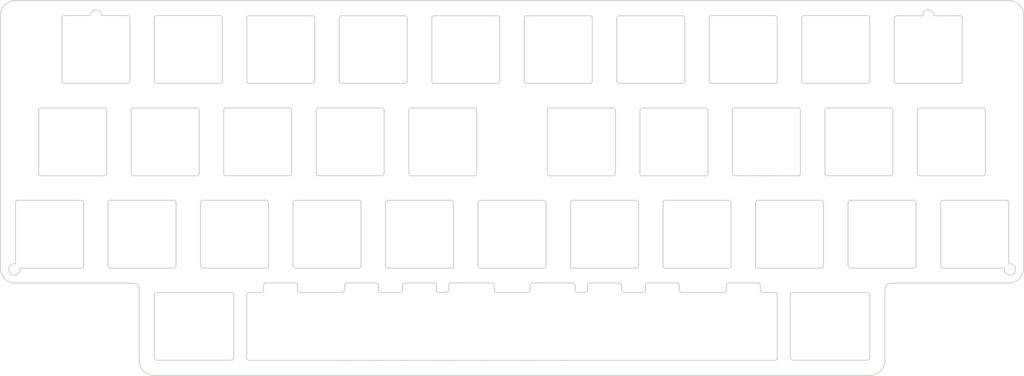
<source format=kicad_pcb>
(kicad_pcb (version 20221018) (generator pcbnew)

  (general
    (thickness 1.6)
  )

  (paper "A4")
  (layers
    (0 "F.Cu" signal)
    (31 "B.Cu" signal)
    (32 "B.Adhes" user "B.Adhesive")
    (33 "F.Adhes" user "F.Adhesive")
    (34 "B.Paste" user)
    (35 "F.Paste" user)
    (36 "B.SilkS" user "B.Silkscreen")
    (37 "F.SilkS" user "F.Silkscreen")
    (38 "B.Mask" user)
    (39 "F.Mask" user)
    (40 "Dwgs.User" user "User.Drawings")
    (41 "Cmts.User" user "User.Comments")
    (42 "Eco1.User" user "User.Eco1")
    (43 "Eco2.User" user "User.Eco2")
    (44 "Edge.Cuts" user)
    (45 "Margin" user)
    (46 "B.CrtYd" user "B.Courtyard")
    (47 "F.CrtYd" user "F.Courtyard")
    (48 "B.Fab" user)
    (49 "F.Fab" user)
    (50 "User.1" user)
    (51 "User.2" user)
    (52 "User.3" user)
    (53 "User.4" user)
    (54 "User.5" user)
    (55 "User.6" user)
    (56 "User.7" user)
    (57 "User.8" user)
    (58 "User.9" user)
  )

  (setup
    (pad_to_mask_clearance 0)
    (grid_origin 58.405 48.72125)
    (pcbplotparams
      (layerselection 0x00010fc_ffffffff)
      (plot_on_all_layers_selection 0x0000000_00000000)
      (disableapertmacros false)
      (usegerberextensions false)
      (usegerberattributes true)
      (usegerberadvancedattributes true)
      (creategerberjobfile true)
      (dashed_line_dash_ratio 12.000000)
      (dashed_line_gap_ratio 3.000000)
      (svgprecision 4)
      (plotframeref false)
      (viasonmask false)
      (mode 1)
      (useauxorigin false)
      (hpglpennumber 1)
      (hpglpenspeed 20)
      (hpglpendiameter 15.000000)
      (dxfpolygonmode true)
      (dxfimperialunits true)
      (dxfusepcbnewfont true)
      (psnegative false)
      (psa4output false)
      (plotreference true)
      (plotvalue true)
      (plotinvisibletext false)
      (sketchpadsonfab false)
      (subtractmaskfromsilk false)
      (outputformat 1)
      (mirror false)
      (drillshape 0)
      (scaleselection 1)
      (outputdirectory "D:/Box2/Dropbox/GitHub/vault35-katana/plates/")
    )
  )

  (net 0 "")

  (gr_curve (pts (xy 92.225979 81.72734) (xy 91.943862 81.72734) (xy 91.732279 81.515754) (xy 91.732279 81.233638))
    (stroke (width 0.2) (type solid)) (layer "Edge.Cuts") (tstamp 0052639a-fe96-4422-8687-de8463ee8d0a))
  (gr_curve (pts (xy 201.228266 100.311685) (xy 201.228266 100.593801) (xy 201.439855 100.805384) (xy 201.721966 100.805384))
    (stroke (width 0.2) (type solid)) (layer "Edge.Cuts") (tstamp 00b0b71b-d3e9-4ad2-ae67-b6f6d83ed25f))
  (gr_curve (pts (xy 215.22823 87.299118) (xy 215.22823 87.017001) (xy 215.016641 86.805416) (xy 214.73453 86.805416))
    (stroke (width 0.2) (type solid)) (layer "Edge.Cuts") (tstamp 017b31f5-8f60-4584-8c0b-6fc7b0047e0b))
  (gr_line (start 248.553106 68.291601) (end 248.553106 81.268902)
    (stroke (width 0.2) (type solid)) (layer "Edge.Cuts") (tstamp 0232d046-20ea-433b-b6bf-9e7e00f13a6f))
  (gr_line (start 195.233317 104.367086) (end 195.233317 105.283963)
    (stroke (width 0.2) (type solid)) (layer "Edge.Cuts") (tstamp 02a1fbd8-ad0e-4603-9894-e39e095231cb))
  (gr_line (start 234.271021 100.311685) (end 234.271021 87.299118)
    (stroke (width 0.2) (type solid)) (layer "Edge.Cuts") (tstamp 03729b48-b3a5-4881-9cf5-616c48d168b9))
  (gr_curve (pts (xy 177.91849 81.762604) (xy 177.636379 81.762604) (xy 177.424791 81.551018) (xy 177.424791 81.268902))
    (stroke (width 0.2) (type solid)) (layer "Edge.Cuts") (tstamp 0384ac65-60b9-4b50-825e-6bc12da75217))
  (gr_curve (pts (xy 72.442646 49.213555) (xy 72.442644 48.93144) (xy 72.231058 48.719854) (xy 71.948941 48.719854))
    (stroke (width 0.2) (type solid)) (layer "Edge.Cuts") (tstamp 05bdc35e-926d-4a4a-a876-d0dea64aef8f))
  (gr_curve (pts (xy 45.782751 48.719854) (xy 45.782751 46.991898) (xy 47.158063 45.616586) (xy 48.886019 45.616586))
    (stroke (width 0.2) (type solid)) (layer "Edge.Cuts") (tstamp 05d8c9a1-1498-4100-896b-2a2ab2acf037))
  (gr_line (start 124.140273 119.812898) (end 128.019358 119.812898)
    (stroke (width 0.2) (type solid)) (layer "Edge.Cuts") (tstamp 063ca36e-6a90-4c98-9ec4-8d425068ae79))
  (gr_curve (pts (xy 154.749781 119.812898) (xy 154.749781 119.812898) (xy 154.996636 119.812898) (xy 155.278747 119.812898))
    (stroke (width 0.2) (type solid)) (layer "Edge.Cuts") (tstamp 069a16de-b0df-4209-82fb-fbf09e3ae1ac))
  (gr_curve (pts (xy 137.540754 119.812898) (xy 137.822865 119.812898) (xy 138.06972 119.812898) (xy 138.06972 119.812898))
    (stroke (width 0.2) (type solid)) (layer "Edge.Cuts") (tstamp 06d7ec4a-946e-4b98-bd80-cb985a40dac8))
  (gr_curve (pts (xy 205.70684 62.226123) (xy 205.70684 62.508238) (xy 205.495251 62.719825) (xy 205.21314 62.719825))
    (stroke (width 0.2) (type solid)) (layer "Edge.Cuts") (tstamp 06f1b452-d59c-4f6d-a8db-6a81166c83e6))
  (gr_curve (pts (xy 86.971579 100.311685) (xy 86.971579 100.593801) (xy 87.183165 100.805384) (xy 87.465281 100.805384))
    (stroke (width 0.2) (type solid)) (layer "Edge.Cuts") (tstamp 07d24014-8546-41c2-8988-ce1cd29db43d))
  (gr_line (start 116.099987 105.812929) (end 107.460207 105.812929)
    (stroke (width 0.2) (type solid)) (layer "Edge.Cuts") (tstamp 07e2e211-fe6d-45e2-ad41-14032c11176d))
  (gr_curve (pts (xy 87.465281 86.805416) (xy 87.183165 86.805416) (xy 86.971579 87.017001) (xy 86.971579 87.299118))
    (stroke (width 0.2) (type solid)) (layer "Edge.Cuts") (tstamp 082e76f6-1358-4caf-abca-09c99bec6950))
  (gr_line (start 155.278747 119.812898) (end 161.203163 119.812898)
    (stroke (width 0.2) (type solid)) (layer "Edge.Cuts") (tstamp 0888cb90-7fdd-4034-886a-6d3a613f9187))
  (gr_curve (pts (xy 100.971548 87.299118) (xy 100.971548 87.017001) (xy 100.759964 86.805416) (xy 100.477848 86.805416))
    (stroke (width 0.2) (type solid)) (layer "Edge.Cuts") (tstamp 08d4800c-507d-4b12-9885-20c8e607907d))
  (gr_curve (pts (xy 164.094849 104.367086) (xy 164.094849 104.08497) (xy 163.847994 103.83812) (xy 163.565883 103.83812))
    (stroke (width 0.2) (type solid)) (layer "Edge.Cuts") (tstamp 09984ec3-9282-4ffa-992d-c82769d8ed90))
  (gr_curve (pts (xy 90.956458 48.719854) (xy 91.238574 48.719854) (xy 91.450157 48.93144) (xy 91.450157 49.213555))
    (stroke (width 0.2) (type solid)) (layer "Edge.Cuts") (tstamp 0a7b1fcd-e13e-4e91-a18d-d68c5f5e5336))
  (gr_line (start 58.936376 62.68456) (end 71.948944 62.68456)
    (stroke (width 0.2) (type solid)) (layer "Edge.Cuts") (tstamp 0b6fe130-cad0-49e3-af95-7e6252dde616))
  (gr_line (start 134.578535 62.226121) (end 134.578535 49.24882)
    (stroke (width 0.2) (type solid)) (layer "Edge.Cuts") (tstamp 0b921b87-77a7-4b24-8897-25e7462a9b02))
  (gr_curve (pts (xy 138.06972 105.283963) (xy 138.06972 105.56608) (xy 137.822865 105.812929) (xy 137.540754 105.812929))
    (stroke (width 0.2) (type solid)) (layer "Edge.Cuts") (tstamp 0bb4e935-2497-4408-b0a6-ebbb77b540ee))
  (gr_line (start 185.006639 103.83812) (end 179.082222 103.83812)
    (stroke (width 0.2) (type solid)) (layer "Edge.Cuts") (tstamp 0c0e63b2-f8dc-4e7f-8072-f75c2283ac5f))
  (gr_line (start 130.311539 67.797899) (end 143.324104 67.797899)
    (stroke (width 0.2) (type solid)) (layer "Edge.Cuts") (tstamp 0cf67a60-0501-4b61-8c92-58fabfb3a2f3))
  (gr_curve (pts (xy 166.633891 105.283963) (xy 166.633891 105.56608) (xy 166.387035 105.812929) (xy 166.104924 105.812929))
    (stroke (width 0.2) (type solid)) (layer "Edge.Cuts") (tstamp 0cf6d02e-68b1-4ef1-9dd8-c092ee651ca2))
  (gr_curve (pts (xy 173.616239 104.367086) (xy 173.616239 104.08497) (xy 173.369384 103.83812) (xy 173.087273 103.83812))
    (stroke (width 0.2) (type solid)) (layer "Edge.Cuts") (tstamp 0ecf0715-083a-4389-ac66-4e8da176086b))
  (gr_line (start 96.457713 106.341895) (end 96.457713 119.283932)
    (stroke (width 0.2) (type solid)) (layer "Edge.Cuts") (tstamp 0f2e0443-737f-4a73-87a5-796fd1e84e17))
  (gr_line (start 135.072235 48.755118) (end 148.084799 48.755118)
    (stroke (width 0.2) (type solid)) (layer "Edge.Cuts") (tstamp 1034827a-c5d6-4854-bab4-c2f0b5739b46))
  (gr_line (start 178.553256 104.367086) (end 178.553256 105.283963)
    (stroke (width 0.2) (type solid)) (layer "Edge.Cuts") (tstamp 103b22cd-68f9-41a5-9dfd-d47456762016))
  (gr_curve (pts (xy 105.732243 81.233638) (xy 105.732243 81.515754) (xy 105.520654 81.72734) (xy 105.238543 81.72734))
    (stroke (width 0.2) (type solid)) (layer "Edge.Cuts") (tstamp 10832f39-3304-4d2b-8bfd-031298d4895e))
  (gr_curve (pts (xy 172.381974 81.268902) (xy 172.381974 81.551018) (xy 172.170385 81.762604) (xy 171.888274 81.762604))
    (stroke (width 0.2) (type solid)) (layer "Edge.Cuts") (tstamp 10abdd09-7d08-4b0e-907d-2bfca3b16f54))
  (gr_curve (pts (xy 235.046821 81.762604) (xy 234.76471 81.762604) (xy 234.55311 81.551018) (xy 234.55311 81.268902))
    (stroke (width 0.2) (type solid)) (layer "Edge.Cuts") (tstamp 113b3daf-309e-4a8e-8835-1edf7c3560b2))
  (gr_line (start 162.261095 119.812898) (end 205.177884 119.812898)
    (stroke (width 0.2) (type solid)) (layer "Edge.Cuts") (tstamp 11e3c4f1-73a1-4720-9224-a2b683b83a3d))
  (gr_curve (pts (xy 124.140273 105.812929) (xy 123.858157 105.812929) (xy 123.611307 105.56608) (xy 123.611307 105.283963))
    (stroke (width 0.2) (type solid)) (layer "Edge.Cuts") (tstamp 14c22b80-bb4f-44c2-8d12-69a420debfd6))
  (gr_curve (pts (xy 157.1125 103.83812) (xy 157.1125 103.83812) (xy 156.865645 103.83812) (xy 156.583534 103.83812))
    (stroke (width 0.2) (type solid)) (layer "Edge.Cuts") (tstamp 14ce1478-f211-4905-88ac-b24de001a579))
  (gr_line (start 192.200576 62.719825) (end 192.200576 62.68456)
    (stroke (width 0.2) (type solid)) (layer "Edge.Cuts") (tstamp 1599622d-dc56-4f7e-acb2-6e7053ee2a23))
  (gr_curve (pts (xy 48.639168 99.888508) (xy 48.004409 99.888508) (xy 47.475443 100.417474) (xy 47.475443 101.052234))
    (stroke (width 0.2) (type solid)) (layer "Edge.Cuts") (tstamp 16402ca9-9ada-4cc6-a01f-71c84599167f))
  (gr_curve (pts (xy 214.73453 100.805384) (xy 215.016641 100.805384) (xy 215.22823 100.593796) (xy 215.22823 100.311685))
    (stroke (width 0.2) (type solid)) (layer "Edge.Cuts") (tstamp 17accd7d-962d-414d-b73d-38a23a6ee7d8))
  (gr_line (start 233.777311 86.805416) (end 220.764746 86.805416)
    (stroke (width 0.2) (type solid)) (layer "Edge.Cuts") (tstamp 17d4a9d7-b7a8-43b2-9af5-7423ee4eaf2b))
  (gr_curve (pts (xy 171.888274 67.797899) (xy 172.170385 67.797899) (xy 172.381974 68.009485) (xy 172.381974 68.291601))
    (stroke (width 0.2) (type solid)) (layer "Edge.Cuts") (tstamp 18fd93dc-eeb1-436d-abac-567dcf039172))
  (gr_curve (pts (xy 177.142669 87.299118) (xy 177.142669 87.017001) (xy 176.93108 86.805416) (xy 176.648969 86.805416))
    (stroke (width 0.2) (type solid)) (layer "Edge.Cuts") (tstamp 1a36f382-df43-422e-92b9-2be3ab8b013d))
  (gr_curve (pts (xy 154.115015 62.719824) (xy 153.832904 62.719824) (xy 153.621315 62.508238) (xy 153.621315 62.226121))
    (stroke (width 0.2) (type solid)) (layer "Edge.Cuts") (tstamp 1a69067c-99a9-4b28-a5d0-64e5354d457d))
  (gr_curve (pts (xy 233.777311 100.805384) (xy 234.059422 100.805384) (xy 234.271021 100.593796) (xy 234.271021 100.311685))
    (stroke (width 0.2) (type solid)) (layer "Edge.Cuts") (tstamp 1ad92e88-db4c-4cfc-9b55-0f345d77512e))
  (gr_line (start 73.183196 67.797899) (end 86.195763 67.797899)
    (stroke (width 0.2) (type solid)) (layer "Edge.Cuts") (tstamp 1b637ea5-6e38-4b8b-87fc-b4c7efbb5436))
  (gr_curve (pts (xy 54.140416 81.762604) (xy 53.858301 81.762604) (xy 53.646714 81.551018) (xy 53.646714 81.268902))
    (stroke (width 0.2) (type solid)) (layer "Edge.Cuts") (tstamp 1b82d4af-b3aa-42b1-be99-d1b3d8790120))
  (gr_line (start 77.450191 119.283932) (end 77.450191 106.306629)
    (stroke (width 0.2) (type solid)) (layer "Edge.Cuts") (tstamp 1d2fb478-222f-4de4-a0bf-80d037dfe632))
  (gr_curve (pts (xy 224.749631 62.190858) (xy 224.749631 62.472973) (xy 224.538053 62.68456) (xy 224.255931 62.68456))
    (stroke (width 0.2) (type solid)) (layer "Edge.Cuts") (tstamp 1d97c82e-ab25-4322-a303-f14a2fbfd40d))
  (gr_curve (pts (xy 116.628953 105.283963) (xy 116.628953 105.56608) (xy 116.382104 105.812929) (xy 116.099987 105.812929))
    (stroke (width 0.2) (type solid)) (layer "Edge.Cuts") (tstamp 1e87d5bb-6170-4c61-9fb9-23ecfa73d35e))
  (gr_curve (pts (xy 224.185398 105.812929) (xy 224.502776 105.812929) (xy 224.749631 106.024518) (xy 224.749631 106.306629))
    (stroke (width 0.2) (type solid)) (layer "Edge.Cuts") (tstamp 20019967-b7ab-47ca-9958-d4efe557bc00))
  (gr_curve (pts (xy 96.457713 119.283932) (xy 96.457713 119.566048) (xy 96.704563 119.812898) (xy 96.986679 119.812898))
    (stroke (width 0.2) (type solid)) (layer "Edge.Cuts") (tstamp 20079d71-3960-4d83-bc65-18bed92e837a))
  (gr_curve (pts (xy 138.06972 119.812898) (xy 138.06972 119.812898) (xy 138.316575 119.812898) (xy 138.598686 119.812898))
    (stroke (width 0.2) (type solid)) (layer "Edge.Cuts") (tstamp 22f537aa-5bdd-45ce-9323-b00e976baa1d))
  (gr_line (start 243.298701 48.755118) (end 237.973784 48.755118)
    (stroke (width 0.2) (type solid)) (layer "Edge.Cuts") (tstamp 2469ace3-032b-4d96-b468-967bfaa01cec))
  (gr_curve (pts (xy 86.689465 81.268902) (xy 86.689465 81.551018) (xy 86.477879 81.762604) (xy 86.195763 81.762604))
    (stroke (width 0.2) (type solid)) (layer "Edge.Cuts") (tstamp 25504d11-7b8f-4b35-b3a1-b5ab80e12d41))
  (gr_line (start 201.686699 103.83812) (end 195.762283 103.83812)
    (stroke (width 0.2) (type solid)) (layer "Edge.Cuts") (tstamp 259e456b-75d0-46f5-958b-4385c90b988d))
  (gr_curve (pts (xy 256.417065 100.770118) (xy 256.417065 102.498072) (xy 255.041744 103.873387) (xy 253.313801 103.873387))
    (stroke (width 0.2) (type solid)) (layer "Edge.Cuts") (tstamp 25faf88b-8f47-4bd9-8024-d77c15f7f9d4))
  (gr_line (start 227.852894 105.072375) (end 227.852894 119.812898)
    (stroke (width 0.2) (type solid)) (layer "Edge.Cuts") (tstamp 261b61b8-5131-4175-954c-ea933bd84750))
  (gr_line (start 256.417065 48.719854) (end 256.417065 100.770118)
    (stroke (width 0.2) (type solid)) (layer "Edge.Cuts") (tstamp 269a22f0-94d8-429d-8428-21e282d2b9b9))
  (gr_line (start 139.057108 100.311685) (end 139.057108 87.299118)
    (stroke (width 0.2) (type solid)) (layer "Edge.Cuts") (tstamp 26be086b-1547-45fa-8e82-29c957862f16))
  (gr_curve (pts (xy 229.792437 62.226121) (xy 229.792437 62.508236) (xy 230.004015 62.719824) (xy 230.286147 62.719824))
    (stroke (width 0.2) (type solid)) (layer "Edge.Cuts") (tstamp 26ea190f-ddca-4514-908a-b880e1bccf66))
  (gr_line (start 235.646341 48.719853) (end 235.646341 48.755118)
    (stroke (width 0.2) (type solid)) (layer "Edge.Cuts") (tstamp 2724802b-692b-4b6e-ac70-f181b4e1a52e))
  (gr_curve (pts (xy 161.732129 119.812898) (xy 161.732129 119.812898) (xy 161.978984 119.812898) (xy 162.261095 119.812898))
    (stroke (width 0.2) (type solid)) (layer "Edge.Cuts") (tstamp 2728f114-b9f8-4672-95ae-db5a6cf88b9f))
  (gr_curve (pts (xy 123.611307 119.812898) (xy 123.611307 119.812898) (xy 123.858157 119.812898) (xy 124.140273 119.812898))
    (stroke (width 0.2) (type solid)) (layer "Edge.Cuts") (tstamp 27734930-bbaf-421f-9f3a-d41bf471c58b))
  (gr_line (start 191.706876 62.190858) (end 191.706876 49.213555)
    (stroke (width 0.2) (type solid)) (layer "Edge.Cuts") (tstamp 28bc0b7e-796d-4082-9a00-7b7579fb8976))
  (gr_curve (pts (xy 216.004051 81.72734) (xy 215.72194 81.72734) (xy 215.510352 81.515754) (xy 215.510352 81.233638))
    (stroke (width 0.2) (type solid)) (layer "Edge.Cuts") (tstamp 298064c2-bc80-4a3d-b8ff-c6f9c4a96397))
  (gr_line (start 166.104924 105.812929) (end 164.623815 105.812929)
    (stroke (width 0.2) (type solid)) (layer "Edge.Cuts") (tstamp 29b22911-f399-4bb4-8e81-6fd2c4d170e6))
  (gr_line (start 143.817803 68.291601) (end 143.817803 81.268902)
    (stroke (width 0.2) (type solid)) (layer "Edge.Cuts") (tstamp 29c763f9-8dae-4ca4-9ec7-f32c00a7f9c9))
  (gr_curve (pts (xy 129.81784 68.291601) (xy 129.81784 68.009485) (xy 130.029428 67.797899) (xy 130.311539 67.797899))
    (stroke (width 0.2) (type solid)) (layer "Edge.Cuts") (tstamp 2a3e0c34-a5a0-49a9-b966-3846f253f281))
  (gr_line (start 157.606189 86.805416) (end 144.593625 86.805416)
    (stroke (width 0.2) (type solid)) (layer "Edge.Cuts") (tstamp 2e1696ae-1a76-40b9-ad51-0fe67285ba09))
  (gr_line (start 229.792437 49.24882) (end 229.792437 62.226121)
    (stroke (width 0.2) (type solid)) (layer "Edge.Cuts") (tstamp 2ee647e5-0459-4379-9e81-8dc5197b2dff))
  (gr_line (start 129.535718 49.24882) (end 129.535718 62.226121)
    (stroke (width 0.2) (type solid)) (layer "Edge.Cuts") (tstamp 2f2247a8-d479-4fb1-adeb-b9cf1b6092cf))
  (gr_curve (pts (xy 179.082222 103.83812) (xy 178.800111 103.83812) (xy 178.553256 104.08497) (xy 178.553256 104.367086))
    (stroke (width 0.2) (type solid)) (layer "Edge.Cuts") (tstamp 2fb1570e-6681-41c3-8553-4a7ac4b43084))
  (gr_curve (pts (xy 53.646714 68.291601) (xy 53.646714 68.009485) (xy 53.858301 67.797899) (xy 54.140416 67.797899))
    (stroke (width 0.2) (type solid)) (layer "Edge.Cuts") (tstamp 310c76d6-ec4f-4ef3-b0c6-6f6f95b5faa9))
  (gr_curve (pts (xy 135.072235 62.719824) (xy 134.790124 62.719824) (xy 134.578535 62.508238) (xy 134.578535 62.226121))
    (stroke (width 0.2) (type solid)) (layer "Edge.Cuts") (tstamp 31488937-cc51-4f97-a977-c3019f75a319))
  (gr_curve (pts (xy 158.87571 81.762604) (xy 158.593599 81.762604) (xy 158.38201 81.551018) (xy 158.38201 81.268902))
    (stroke (width 0.2) (type solid)) (layer "Edge.Cuts") (tstamp 31d2414d-085c-427d-a53c-3697b8806213))
  (gr_line (start 91.450157 49.213555) (end 91.450157 62.190858)
    (stroke (width 0.2) (type solid)) (layer "Edge.Cuts") (tstamp 3374fba0-841a-49a5-9cfa-50dc527fc59a))
  (gr_line (start 176.648969 86.805416) (end 163.636405 86.805416)
    (stroke (width 0.2) (type solid)) (layer "Edge.Cuts") (tstamp 3487cd61-8a0c-4b94-84ce-26ed3de39353))
  (gr_line (start 252.855347 86.805413) (end 239.842772 86.805413)
    (stroke (width 0.2) (type solid)) (layer "Edge.Cuts") (tstamp 34ed13d6-7270-4ca0-b0d9-5fc74a05b47d))
  (gr_line (start 67.152982 81.762604) (end 54.140416 81.762604)
    (stroke (width 0.2) (type solid)) (layer "Edge.Cuts") (tstamp 34f4c9b1-7ec8-4f0e-bbe0-c7e5b1aa9fe6))
  (gr_line (start 205.177873 105.812929) (end 202.744631 105.812929)
    (stroke (width 0.2) (type solid)) (layer "Edge.Cuts") (tstamp 350b6f3b-96a2-410d-b516-7d9bb970207b))
  (gr_curve (pts (xy 186.17036 48.755118) (xy 186.452471 48.755118) (xy 186.664059 48.966705) (xy 186.664059 49.24882))
    (stroke (width 0.2) (type solid)) (layer "Edge.Cuts") (tstamp 351910c1-c97c-4a6e-a401-824c406e01e4))
  (gr_curve (pts (xy 237.973784 48.719853) (xy 237.973784 48.085094) (xy 237.444818 47.556128) (xy 236.810063 47.556128))
    (stroke (width 0.2) (type solid)) (layer "Edge.Cuts") (tstamp 35c8754c-d3db-4eb5-86a4-e76abf3b686f))
  (gr_curve (pts (xy 93.848138 119.283932) (xy 93.848138 119.566048) (xy 93.601288 119.777632) (xy 93.283906 119.777632))
    (stroke (width 0.2) (type solid)) (layer "Edge.Cuts") (tstamp 3664497a-3b83-4159-ab2c-0ca766ebb1d5))
  (gr_curve (pts (xy 77.450188 122.916167) (xy 75.722232 122.916167) (xy 74.346919 121.540857) (xy 74.346919 119.812898))
    (stroke (width 0.2) (type solid)) (layer "Edge.Cuts") (tstamp 36809539-0836-475f-b317-fb8a085ca69c))
  (gr_curve (pts (xy 77.450191 106.306629) (xy 77.450191 106.024513) (xy 77.697041 105.812929) (xy 78.014421 105.812929))
    (stroke (width 0.2) (type solid)) (layer "Edge.Cuts") (tstamp 38a00fcf-e3e5-46e8-95bf-0ccebbc41f20))
  (gr_line (start 129.077291 119.812898) (end 135.001712 119.812898)
    (stroke (width 0.2) (type solid)) (layer "Edge.Cuts") (tstamp 38d8049e-6445-48e3-bcea-3e5879de8872))
  (gr_curve (pts (xy 209.973835 67.762632) (xy 210.255946 67.762632) (xy 210.467535 67.974218) (xy 210.467535 68.256335))
    (stroke (width 0.2) (type solid)) (layer "Edge.Cuts") (tstamp 393b51de-2d68-4934-80bf-27534c4cc5f4))
  (gr_curve (pts (xy 157.641466 103.83812) (xy 157.359355 103.83812) (xy 157.1125 103.83812) (xy 157.1125 103.83812))
    (stroke (width 0.2) (type solid)) (layer "Edge.Cuts") (tstamp 39700699-1bb8-4e99-8034-93162f0aa073))
  (gr_curve (pts (xy 129.042019 48.755118) (xy 129.324135 48.755118) (xy 129.535718 48.966705) (xy 129.535718 49.24882))
    (stroke (width 0.2) (type solid)) (layer "Edge.Cuts") (tstamp 3a55fb8f-b6c5-4bf5-9a11-c6206bd50d81))
  (gr_curve (pts (xy 229.510326 81.233638) (xy 229.510326 81.515754) (xy 229.298748 81.72734) (xy 229.016616 81.72734))
    (stroke (width 0.2) (type solid)) (layer "Edge.Cuts") (tstamp 3b2fd698-e4a2-4fc8-906e-0c924326743e))
  (gr_line (start 172.381974 68.291601) (end 172.381974 81.268902)
    (stroke (width 0.2) (type solid)) (layer "Edge.Cuts") (tstamp 3c708d67-c602-4d23-8b37-0966938d1c90))
  (gr_line (start 201.721966 100.805384) (end 214.73453 100.805384)
    (stroke (width 0.2) (type solid)) (layer "Edge.Cuts") (tstamp 3cdd6acc-1458-42cc-9b0e-40ffafffa42c))
  (gr_curve (pts (xy 100.477848 100.805384) (xy 100.759964 100.805384) (xy 100.971548 100.593796) (xy 100.971548 100.311685))
    (stroke (width 0.2) (type solid)) (layer "Edge.Cuts") (tstamp 3e0ea3ae-09ca-47e8-ac25-b779c1374c4f))
  (gr_line (start 147.450044 105.283963) (end 147.450044 104.367086)
    (stroke (width 0.2) (type solid)) (layer "Edge.Cuts") (tstamp 3e5f1531-e7f9-4016-ad88-01b3532886fc))
  (gr_line (start 119.520628 86.805416) (end 106.508064 86.805416)
    (stroke (width 0.2) (type solid)) (layer "Edge.Cuts") (tstamp 3e6f34b5-a518-4e2a-951d-eb1e233087ed))
  (gr_curve (pts (xy 190.931055 67.797899) (xy 191.213166 67.797899) (xy 191.424754 68.009485) (xy 191.424754 68.291601))
    (stroke (width 0.2) (type solid)) (layer "Edge.Cuts") (tstamp 3e9f41af-3368-4dcf-85ae-a3915167d25a))
  (gr_curve (pts (xy 78.014421 119.777632) (xy 77.697041 119.777632) (xy 77.450191 119.566043) (xy 77.450191 119.283932))
    (stroke (width 0.2) (type solid)) (layer "Edge.Cuts") (tstamp 3eca22db-b9f8-428f-850b-05c7fee3394e))
  (gr_curve (pts (xy 140.467695 103.83812) (xy 140.467695 103.83812) (xy 140.22084 103.83812) (xy 139.938729 103.83812))
    (stroke (width 0.2) (type solid)) (layer "Edge.Cuts") (tstamp 3f5d0539-9182-4a79-ac32-3318b769b6ce))
  (gr_line (start 96.986679 119.812898) (end 116.099987 119.812898)
    (stroke (width 0.2) (type solid)) (layer "Edge.Cuts") (tstamp 40596704-09dd-4429-abab-e813c8d44d7e))
  (gr_curve (pts (xy 111.268759 81.72734) (xy 110.986643 81.72734) (xy 110.775059 81.515754) (xy 110.775059 81.233638))
    (stroke (width 0.2) (type solid)) (layer "Edge.Cuts") (tstamp 42b82041-13da-4322-b568-55b2d8c05da2))
  (gr_line (start 224.185398 119.777632) (end 208.951169 119.777632)
    (stroke (width 0.2) (type solid)) (layer "Edge.Cuts") (tstamp 4338caf5-fca3-4d2c-acd3-2b0ba2881426))
  (gr_curve (pts (xy 155.278747 103.83812) (xy 154.996636 103.83812) (xy 154.749781 104.08497) (xy 154.749781 104.367086))
    (stroke (width 0.2) (type solid)) (layer "Edge.Cuts") (tstamp 43ae8350-9058-4861-b624-b6ae2b726932))
  (gr_line (start 123.082341 103.83812) (end 117.157919 103.83812)
    (stroke (width 0.2) (type solid)) (layer "Edge.Cuts") (tstamp 44a23b9b-cbb1-452a-8099-a62594d2ceb2))
  (gr_curve (pts (xy 172.664096 49.24882) (xy 172.664096 48.966705) (xy 172.875684 48.755118) (xy 173.157795 48.755118))
    (stroke (width 0.2) (type solid)) (layer "Edge.Cuts") (tstamp 44cff231-b8ce-4b24-9dfd-843467e0a160))
  (gr_curve (pts (xy 68.422501 86.805416) (xy 68.140384 86.805416) (xy 67.928798 87.017001) (xy 67.928798 87.299118))
    (stroke (width 0.2) (type solid)) (layer "Edge.Cuts") (tstamp 45324ccc-4ddc-4e21-ba8c-fd0000be956b))
  (gr_line (start 128.019358 105.812929) (end 124.140273 105.812929)
    (stroke (width 0.2) (type solid)) (layer "Edge.Cuts") (tstamp 46c5e17a-1371-4638-8290-15fec23cd8ce))
  (gr_line (start 192.200576 48.719854) (end 205.21314 48.719854)
    (stroke (width 0.2) (type solid)) (layer "Edge.Cuts") (tstamp 47556786-3f03-4ba3-ae14-91307b56a950))
  (gr_curve (pts (xy 135.530678 119.812898) (xy 135.530678 119.812898) (xy 135.777533 119.812898) (xy 136.059644 119.812898))
    (stroke (width 0.2) (type solid)) (layer "Edge.Cuts") (tstamp 48d23dd6-f5ce-4e23-aea3-93d3a3c17d49))
  (gr_line (start 194.704351 105.812929) (end 186.064571 105.812929)
    (stroke (width 0.2) (type solid)) (layer "Edge.Cuts") (tstamp 4950c8bd-f5bb-4f6b-a617-3a6c9100bca6))
  (gr_curve (pts (xy 236.810063 47.556128) (xy 236.175308 47.556128) (xy 235.646341 48.085094) (xy 235.646341 48.719853))
    (stroke (width 0.2) (type solid)) (layer "Edge.Cuts") (tstamp 4999cb86-2f30-4335-b006-85334343c1de))
  (gr_curve (pts (xy 147.450044 104.367086) (xy 147.450044 104.08497) (xy 147.203189 103.83812) (xy 146.921078 103.83812))
    (stroke (width 0.2) (type solid)) (layer "Edge.Cuts") (tstamp 49cd0703-4951-47a0-a4c1-ed4bc1fd3755))
  (gr_curve (pts (xy 196.467571 68.256335) (xy 196.467571 67.974218) (xy 196.67916 67.762632) (xy 196.961271 67.762632))
    (stroke (width 0.2) (type solid)) (layer "Edge.Cuts") (tstamp 4a9c5788-7eb2-418d-96c5-d8ded0ffad27))
  (gr_line (start 186.17036 62.719824) (end 173.157795 62.719824)
    (stroke (width 0.2) (type solid)) (layer "Edge.Cuts") (tstamp 4aa1e931-5721-471a-8832-e6b6a241c006))
  (gr_line (start 158.099889 100.311685) (end 158.099889 87.299118)
    (stroke (width 0.2) (type solid)) (layer "Edge.Cuts") (tstamp 4abd1add-a904-496f-92ad-431d23c16799))
  (gr_curve (pts (xy 182.185486 100.311685) (xy 182.185486 100.593801) (xy 182.397074 100.805384) (xy 182.679185 100.805384))
    (stroke (width 0.2) (type solid)) (layer "Edge.Cuts") (tstamp 4d108b22-388f-403c-a4d6-75a54789e9fb))
  (gr_curve (pts (xy 239.349061 100.311685) (xy 239.349061 100.593801) (xy 239.560639 100.805384) (xy 239.842772 100.805384))
    (stroke (width 0.2) (type solid)) (layer "Edge.Cuts") (tstamp 4d573c09-7e03-45ec-9052-2dde4434785d))
  (gr_line (start 125.057145 87.299118) (end 125.057145 100.311685)
    (stroke (width 0.2) (type solid)) (layer "Edge.Cuts") (tstamp 4d8f93f2-17bd-48bd-97d1-6e2e55b097ce))
  (gr_line (start 129.042019 62.719824) (end 116.029454 62.719824)
    (stroke (width 0.2) (type solid)) (layer "Edge.Cuts") (tstamp 4db281db-3d10-482c-9841-e4ea4b3dbdec))
  (gr_curve (pts (xy 167.127579 48.755118) (xy 167.40969 48.755118) (xy 167.621279 48.966705) (xy 167.621279 49.24882))
    (stroke (width 0.2) (type solid)) (layer "Edge.Cuts") (tstamp 4e0f9cf7-a239-4fd4-846a-618384324ee6))
  (gr_curve (pts (xy 157.606189 100.805384) (xy 157.8883 100.805384) (xy 158.099889 100.593796) (xy 158.099889 100.311685))
    (stroke (width 0.2) (type solid)) (layer "Edge.Cuts") (tstamp 4e9329f0-dbca-4c63-b9b3-b349208a543e))
  (gr_curve (pts (xy 129.535718 62.226121) (xy 129.535718 62.508236) (xy 129.32413 62.719824) (xy 129.042019 62.719824))
    (stroke (width 0.2) (type solid)) (layer "Edge.Cuts") (tstamp 4f2ee2e9-55d1-4c07-a3ed-2b819021ba67))
  (gr_line (start 106.508064 100.805384) (end 119.520628 100.805384)
    (stroke (width 0.2) (type solid)) (layer "Edge.Cuts") (tstamp 50e2f532-d716-4600-a3bf-c2261b922d82))
  (gr_curve (pts (xy 136.059644 105.812929) (xy 135.777533 105.812929) (xy 135.530678 105.56608) (xy 135.530678 105.283963))
    (stroke (width 0.2) (type solid)) (layer "Edge.Cuts") (tstamp 512171d2-59bb-454b-8be9-3b4d81500eac))
  (gr_line (start 138.563409 86.805416) (end 125.550844 86.805416)
    (stroke (width 0.2) (type solid)) (layer "Edge.Cuts") (tstamp 512e65ae-6421-49bc-857d-371b5d757123))
  (gr_curve (pts (xy 210.749667 49.213555) (xy 210.749667 48.93144) (xy 210.961256 48.719854) (xy 211.243367 48.719854))
    (stroke (width 0.2) (type solid)) (layer "Edge.Cuts") (tstamp 516a21b3-33a5-4047-93c4-da6f37672c8e))
  (gr_line (start 177.424791 81.268902) (end 177.424791 68.291601)
    (stroke (width 0.2) (type solid)) (layer "Edge.Cuts") (tstamp 51ace719-189d-4eb9-aee9-b96b36e48fb1))
  (gr_curve (pts (xy 96.986674 62.719824) (xy 96.704557 62.719824) (xy 96.492974 62.508238) (xy 96.492974 62.226121))
    (stroke (width 0.2) (type solid)) (layer "Edge.Cuts") (tstamp 5209fe1a-5a2e-42b3-9b31-2b8d7337d36a))
  (gr_curve (pts (xy 230.286147 48.755118) (xy 230.004036 48.755118) (xy 229.792437 48.966705) (xy 229.792437 49.24882))
    (stroke (width 0.2) (type solid)) (layer "Edge.Cuts") (tstamp 531838a3-66cf-4bcd-b26a-59ecee131296))
  (gr_curve (pts (xy 234.55311 68.291601) (xy 234.55311 68.009485) (xy 234.764688 67.797899) (xy 235.046821 67.797899))
    (stroke (width 0.2) (type solid)) (layer "Edge.Cuts") (tstamp 533c55ba-e2e5-479a-93e1-efce7491a206))
  (gr_line (start 96.986674 48.755118) (end 109.999238 48.755118)
    (stroke (width 0.2) (type solid)) (layer "Edge.Cuts") (tstamp 53bf0899-6459-4e70-a303-b3c243927991))
  (gr_line (start 182.185486 87.299118) (end 182.185486 100.311685)
    (stroke (width 0.2) (type solid)) (layer "Edge.Cuts") (tstamp 54a39ebb-c618-4bde-8247-ad8a2dc76f0d))
  (gr_curve (pts (xy 215.510352 68.256335) (xy 215.510352 67.974218) (xy 215.72194 67.762632) (xy 216.004051 67.762632))
    (stroke (width 0.2) (type solid)) (layer "Edge.Cuts") (tstamp 55ba37d4-43ed-4c14-88e1-9bb842e7c453))
  (gr_curve (pts (xy 173.157795 62.719824) (xy 172.875684 62.719824) (xy 172.664096 62.508238) (xy 172.664096 62.226121))
    (stroke (width 0.2) (type solid)) (layer "Edge.Cuts") (tstamp 55d87554-8525-4fa8-bebe-6ef1590d14da))
  (gr_curve (pts (xy 106.931241 104.367086) (xy 106.931241 104.08497) (xy 106.684391 103.83812) (xy 106.402275 103.83812))
    (stroke (width 0.2) (type solid)) (layer "Edge.Cuts") (tstamp 55dad837-35d6-4871-b6a0-9f033b82e990))
  (gr_line (start 92.225979 67.762632) (end 105.238543 67.762632)
    (stroke (width 0.2) (type solid)) (layer "Edge.Cuts") (tstamp 56e0e4dd-d1e8-46d2-b156-4dd1795a2b72))
  (gr_curve (pts (xy 124.281323 67.762632) (xy 124.56344 67.762632) (xy 124.775023 67.974218) (xy 124.775023 68.256335))
    (stroke (width 0.2) (type solid)) (layer "Edge.Cuts") (tstamp 57605e2d-d1f6-4119-9076-6f8fd6da5b58))
  (gr_line (start 116.628953 104.367086) (end 116.628953 105.283963)
    (stroke (width 0.2) (type solid)) (layer "Edge.Cuts") (tstamp 57f3ae41-3bbb-4446-8fb4-7a3067aa212d))
  (gr_curve (pts (xy 100.477853 103.83812) (xy 100.195737 103.83812) (xy 99.948887 104.08497) (xy 99.948887 104.367086))
    (stroke (width 0.2) (type solid)) (layer "Edge.Cuts") (tstamp 5802fe2b-e3d5-4a07-b526-d4fd38ea41e8))
  (gr_line (start 171.888274 81.762604) (end 158.87571 81.762604)
    (stroke (width 0.2) (type solid)) (layer "Edge.Cuts") (tstamp 588884ab-3e29-45d5-ba23-4a39701605ed))
  (gr_curve (pts (xy 123.082341 119.812898) (xy 123.364457 119.812898) (xy 123.611307 119.812898) (xy 123.611307 119.812898))
    (stroke (width 0.2) (type solid)) (layer "Edge.Cuts") (tstamp 58f56433-0fda-49f1-8573-1c8af50c75d8))
  (gr_line (start 68.422501 100.805384) (end 81.435068 100.805384)
    (stroke (width 0.2) (type solid)) (layer "Edge.Cuts") (tstamp 591eb6f2-f046-40ac-bcae-e97a0ee318e0))
  (gr_curve (pts (xy 147.97901 105.812929) (xy 147.696899 105.812929) (xy 147.450044 105.56608) (xy 147.450044 105.283963))
    (stroke (width 0.2) (type solid)) (layer "Edge.Cuts") (tstamp 592677ff-169d-4ace-a7ad-8109faf023e8))
  (gr_curve (pts (xy 66.588752 48.719854) (xy 66.588752 48.085094) (xy 66.059786 47.556128) (xy 65.425027 47.556128))
    (stroke (width 0.2) (type solid)) (layer "Edge.Cuts") (tstamp 59cecd7a-97c6-493e-b712-d37262b6dadb))
  (gr_curve (pts (xy 110.775059 68.256335) (xy 110.775059 67.974218) (xy 110.986648 67.762632) (xy 111.268759 67.762632))
    (stroke (width 0.2) (type solid)) (layer "Edge.Cuts") (tstamp 5b82d18a-7747-43e8-ad62-c10b5968be0d))
  (gr_line (start 86.689465 68.291601) (end 86.689465 81.268902)
    (stroke (width 0.2) (type solid)) (layer "Edge.Cuts") (tstamp 5ba056fb-13ce-4709-a212-fd72ae6fadca))
  (gr_line (start 81.435068 86.805416) (end 68.422501 86.805416)
    (stroke (width 0.2) (type solid)) (layer "Edge.Cuts") (tstamp 5ce9b870-3ba9-453a-9c2f-85e506f91b3b))
  (gr_curve (pts (xy 77.943891 62.68456) (xy 77.661774 62.68456) (xy 77.450188 62.472974) (xy 77.450188 62.190858))
    (stroke (width 0.2) (type solid)) (layer "Edge.Cuts") (tstamp 5d532f47-b62b-458f-af7e-43f3c472bbf0))
  (gr_curve (pts (xy 243.298722 62.719824) (xy 243.580833 62.719824) (xy 243.792433 62.508238) (xy 243.792433 62.226121))
    (stroke (width 0.2) (type solid)) (layer "Edge.Cuts") (tstamp 5df8cc7e-1573-4bf0-8a9f-8187e96813fc))
  (gr_line (start 239.349061 87.299115) (end 239.349061 100.311685)
    (stroke (width 0.2) (type solid)) (layer "Edge.Cuts") (tstamp 5e8dd7e8-e988-4199-9c95-7a2e9cb06afe))
  (gr_curve (pts (xy 81.92877 87.299118) (xy 81.92877 87.017001) (xy 81.717184 86.805416) (xy 81.435068 86.805416))
    (stroke (width 0.2) (type solid)) (layer "Edge.Cuts") (tstamp 5ed9b48c-8287-4fb7-ab19-bc8cbc7d14d1))
  (gr_line (start 156.583534 103.83812) (end 155.278747 103.83812)
    (stroke (width 0.2) (type solid)) (layer "Edge.Cuts") (tstamp 5f57c0b9-9f9a-467c-af77-cfcd515475bd))
  (gr_line (start 167.127579 62.719824) (end 154.115015 62.719824)
    (stroke (width 0.2) (type solid)) (layer "Edge.Cuts") (tstamp 5fb67850-03cb-4bc6-9f4c-69207d48042d))
  (gr_line (start 209.973835 81.762604) (end 196.961271 81.72734)
    (stroke (width 0.2) (type solid)) (layer "Edge.Cuts") (tstamp 605b1040-7108-4794-b689-932c12c00560))
  (gr_line (start 110.775059 81.233638) (end 110.775059 68.256335)
    (stroke (width 0.2) (type solid)) (layer "Edge.Cuts") (tstamp 607d15bd-188c-44a3-a9df-67d8b8f307ce))
  (gr_curve (pts (xy 164.623815 105.812929) (xy 164.341704 105.812929) (xy 164.094849 105.56608) (xy 164.094849 105.283963))
    (stroke (width 0.2) (type solid)) (layer "Edge.Cuts") (tstamp 609a5059-4280-49ab-856a-2c36a25e8bea))
  (gr_curve (pts (xy 182.679185 86.805416) (xy 182.397074 86.805416) (xy 182.185486 87.017001) (xy 182.185486 87.299118))
    (stroke (width 0.2) (type solid)) (layer "Edge.Cuts") (tstamp 60bbc70c-0f27-43f2-93fd-33e9d75e24af))
  (gr_curve (pts (xy 58.936376 48.719854) (xy 58.654261 48.719854) (xy 58.442673 48.93144) (xy 58.442673 49.213555))
    (stroke (width 0.2) (type solid)) (layer "Edge.Cuts") (tstamp 61184f64-71b2-406e-9372-e0837587a525))
  (gr_curve (pts (xy 186.664059 62.226121) (xy 186.664059 62.508236) (xy 186.452471 62.719824) (xy 186.17036 62.719824))
    (stroke (width 0.2) (type solid)) (layer "Edge.Cuts") (tstamp 61715ee7-1ac3-438c-8b8b-8a5b3e16d006))
  (gr_curve (pts (xy 224.749631 119.283932) (xy 224.749631 119.566048) (xy 224.502776 119.777632) (xy 224.185398 119.777632))
    (stroke (width 0.2) (type solid)) (layer "Edge.Cuts") (tstamp 61c72950-b519-4356-8efd-e0d052f0b736))
  (gr_line (start 73.147929 103.873387) (end 48.886019 103.873387)
    (stroke (width 0.2) (type solid)) (layer "Edge.Cuts") (tstamp 6313868d-b03e-403f-bd77-1d218d3c6b9a))
  (gr_line (start 144.099925 87.299118) (end 144.099925 100.311685)
    (stroke (width 0.2) (type solid)) (layer "Edge.Cuts") (tstamp 636d19c1-b44b-434f-9620-a91abe122914))
  (gr_curve (pts (xy 208.951169 119.777632) (xy 208.633792 119.777632) (xy 208.386937 119.566043) (xy 208.386937 119.283932))
    (stroke (width 0.2) (type solid)) (layer "Edge.Cuts") (tstamp 63c9ed2f-c67c-4206-88e2-70da1b96ef24))
  (gr_line (start 163.565883 103.83812) (end 157.641466 103.83812)
    (stroke (width 0.2) (type solid)) (layer "Edge.Cuts") (tstamp 64052be5-8e2e-4d65-906e-d156b2bda3bf))
  (gr_curve (pts (xy 177.424791 68.291601) (xy 177.424791 68.009485) (xy 177.636379 67.797899) (xy 177.91849 67.797899))
    (stroke (width 0.2) (type solid)) (layer "Edge.Cuts") (tstamp 642cd10a-8a5a-4527-879c-43e9c4b1c491))
  (gr_line (start 99.948887 104.367086) (end 99.948887 105.283963)
    (stroke (width 0.2) (type solid)) (layer "Edge.Cuts") (tstamp 651f022d-930f-4fff-9adf-f9dfb0e1c91a))
  (gr_line (start 211.243367 48.719854) (end 224.255931 48.719854)
    (stroke (width 0.2) (type solid)) (layer "Edge.Cuts") (tstamp 65c8143e-4ea7-4b32-b93d-c310a9714e11))
  (gr_curve (pts (xy 72.689493 68.291601) (xy 72.689493 68.009485) (xy 72.901079 67.797899) (xy 73.183196 67.797899))
    (stroke (width 0.2) (type solid)) (layer "Edge.Cuts") (tstamp 6670e147-9089-4ac8-8ec7-ae43d7e3991b))
  (gr_curve (pts (xy 195.233317 105.283963) (xy 195.233317 105.56608) (xy 194.986462 105.812929) (xy 194.704351 105.812929))
    (stroke (width 0.2) (type solid)) (layer "Edge.Cuts") (tstamp 686c6def-c502-4ab3-ba95-610082a45df5))
  (gr_curve (pts (xy 105.238543 67.762632) (xy 105.520659 67.762632) (xy 105.732243 67.974218) (xy 105.732243 68.256335))
    (stroke (width 0.2) (type solid)) (layer "Edge.Cuts") (tstamp 68d4a23b-2d60-4725-b99f-b66dff662356))
  (gr_curve (pts (xy 248.553106 81.268902) (xy 248.553106 81.551018) (xy 248.341528 81.762604) (xy 248.059396 81.762604))
    (stroke (width 0.2) (type solid)) (layer "Edge.Cuts") (tstamp 69ff99bf-4143-4e10-8977-141afbe7a949))
  (gr_line (start 67.928798 87.299118) (end 67.928798 100.311685)
    (stroke (width 0.2) (type solid)) (layer "Edge.Cuts") (tstamp 6a494007-f82c-48dd-be5d-6fb136d3ae88))
  (gr_line (start 72.442646 62.190858) (end 72.442646 49.213555)
    (stroke (width 0.2) (type solid)) (layer "Edge.Cuts") (tstamp 6aa8eed1-d537-489a-a661-9846fa53049a))
  (gr_line (start 136.059644 119.812898) (end 137.540754 119.812898)
    (stroke (width 0.2) (type solid)) (layer "Edge.Cuts") (tstamp 6ae300a4-c7da-4950-ab0c-e05fc84aa23b))
  (gr_curve (pts (xy 239.842772 86.805413) (xy 239.560661 86.805413) (xy 239.349061 87.016999) (xy 239.349061 87.299115))
    (stroke (width 0.2) (type solid)) (layer "Edge.Cuts") (tstamp 6b413735-508d-49df-9fd6-2d50a6fb5fca))
  (gr_line (start 166.633891 104.367086) (end 166.633891 105.283963)
    (stroke (width 0.2) (type solid)) (layer "Edge.Cuts") (tstamp 6c4e71fd-d64c-4021-8ab2-9d53ab967506))
  (gr_curve (pts (xy 96.492974 49.24882) (xy 96.492974 48.966705) (xy 96.704563 48.755118) (xy 96.986674 48.755118))
    (stroke (width 0.2) (type solid)) (layer "Edge.Cuts") (tstamp 6e2d1ad6-e93e-442f-8a34-7fb2f79d882d))
  (gr_curve (pts (xy 158.099889 87.299118) (xy 158.099889 87.017001) (xy 157.8883 86.805416) (xy 157.606189 86.805416))
    (stroke (width 0.2) (type solid)) (layer "Edge.Cuts") (tstamp 6e55bf3f-40be-450d-b579-75431489392e))
  (gr_curve (pts (xy 48.886019 99.923774) (xy 48.81549 99.888508) (xy 48.709697 99.888508) (xy 48.639168 99.888508))
    (stroke (width 0.2) (type solid)) (layer "Edge.Cuts") (tstamp 6f186221-e0f5-4c9f-8d04-2d8e665d5bc4))
  (gr_line (start 81.92877 100.311685) (end 81.92877 87.299118)
    (stroke (width 0.2) (type solid)) (layer "Edge.Cuts") (tstamp 6f508bf8-b9e6-4d50-a8eb-7315a79581d2))
  (gr_line (start 158.38201 81.268902) (end 158.38201 68.291601)
    (stroke (width 0.2) (type solid)) (layer "Edge.Cuts") (tstamp 7025fa00-5edc-48ab-a7ff-50e308c284df))
  (gr_curve (pts (xy 148.084799 48.755118) (xy 148.36691 48.755118) (xy 148.578498 48.966705) (xy 148.578498 49.24882))
    (stroke (width 0.2) (type solid)) (layer "Edge.Cuts") (tstamp 7098b67c-09ee-4be7-a79a-5a5c0cda2a13))
  (gr_curve (pts (xy 144.523102 119.812898) (xy 144.805213 119.812898) (xy 145.052068 119.812898) (xy 145.052068 119.812898))
    (stroke (width 0.2) (type solid)) (layer "Edge.Cuts") (tstamp 71570262-86ea-4b2f-aed7-1a830b80a0e9))
  (gr_line (start 87.465281 100.805384) (end 100.477848 100.805384)
    (stroke (width 0.2) (type solid)) (layer "Edge.Cuts") (tstamp 725216ee-8aa5-4e26-b3c1-ae2c9591d49b))
  (gr_line (start 172.664096 62.226121) (end 172.664096 49.24882)
    (stroke (width 0.2) (type solid)) (layer "Edge.Cuts") (tstamp 7260d79a-87eb-44b3-8e0c-aeb7759a6824))
  (gr_line (start 182.679185 100.805384) (end 195.69175 100.805384)
    (stroke (width 0.2) (type solid)) (layer "Edge.Cuts") (tstamp 74810328-129a-4f85-b867-44ded44c78bd))
  (gr_curve (pts (xy 109.999238 48.755118) (xy 110.281355 48.755118) (xy 110.492938 48.966705) (xy 110.492938 49.24882))
    (stroke (width 0.2) (type solid)) (layer "Edge.Cuts") (tstamp 7546e977-f9a8-4bcf-b19e-792ce0c5ab9c))
  (gr_curve (pts (xy 174.145205 105.812929) (xy 173.863094 105.812929) (xy 173.616239 105.56608) (xy 173.616239 105.283963))
    (stroke (width 0.2) (type solid)) (layer "Edge.Cuts") (tstamp 75f2eab0-f892-47a0-a75c-6e440f8b7d33))
  (gr_curve (pts (xy 110.492938 62.226121) (xy 110.492938 62.508236) (xy 110.281349 62.719824) (xy 109.999238 62.719824))
    (stroke (width 0.2) (type solid)) (layer "Edge.Cuts") (tstamp 76ff234a-b251-4480-a516-61774a2fccb8))
  (gr_line (start 237.973784 48.755118) (end 237.973784 48.719853)
    (stroke (width 0.2) (type solid)) (layer "Edge.Cuts") (tstamp 776abb0b-cd22-4728-a718-fe5e51d96d91))
  (gr_line (start 195.69175 86.805416) (end 182.679185 86.805416)
    (stroke (width 0.2) (type solid)) (layer "Edge.Cuts") (tstamp 77ea2910-98bf-4e88-97c0-988b0039c6d7))
  (gr_curve (pts (xy 234.271021 87.299118) (xy 234.271021 87.017001) (xy 234.059422 86.805416) (xy 233.777311 86.805416))
    (stroke (width 0.2) (type solid)) (layer "Edge.Cuts") (tstamp 787fd9d7-92d9-48ab-a192-b3a364a33334))
  (gr_curve (pts (xy 185.535605 104.367086) (xy 185.535605 104.08497) (xy 185.288749 103.83812) (xy 185.006639 103.83812))
    (stroke (width 0.2) (type solid)) (layer "Edge.Cuts") (tstamp 794ee779-0129-4545-9e0a-fda95172e25b))
  (gr_curve (pts (xy 67.646685 81.268902) (xy 67.646685 81.551018) (xy 67.435099 81.762604) (xy 67.152982 81.762604))
    (stroke (width 0.2) (type solid)) (layer "Edge.Cuts") (tstamp 7cb3fcd1-bf95-4184-a71f-bc70d2543b1b))
  (gr_line (start 120.014328 100.311685) (end 120.014328 87.299118)
    (stroke (width 0.2) (type solid)) (layer "Edge.Cuts") (tstamp 7d0ec86f-209c-4e8a-a7de-08c65e0616ae))
  (gr_line (start 138.06972 104.367086) (end 138.06972 105.283963)
    (stroke (width 0.2) (type solid)) (layer "Edge.Cuts") (tstamp 7d5f64d1-a1f8-4d8d-95f0-bb919c7a716f))
  (gr_curve (pts (xy 143.324104 67.797899) (xy 143.606215 67.797899) (xy 143.817803 68.009485) (xy 143.817803 68.291601))
    (stroke (width 0.2) (type solid)) (layer "Edge.Cuts") (tstamp 7e5575d4-b3bd-4e69-9b77-058882291553))
  (gr_curve (pts (xy 107.460207 105.812929) (xy 107.178091 105.812929) (xy 106.931241 105.56608) (xy 106.931241 105.283963))
    (stroke (width 0.2) (type solid)) (layer "Edge.Cuts") (tstamp 7f76e4c6-ec58-4de4-9d16-84fd8b33fb24))
  (gr_line (start 239.842772 100.805384) (end 252.467425 100.805384)
    (stroke (width 0.2) (type solid)) (layer "Edge.Cuts") (tstamp 8085083c-74c6-48fe-bffc-e2bbad6c34d8))
  (gr_curve (pts (xy 253.313801 45.616586) (xy 255.041766 45.616586) (xy 256.417065 46.991898) (xy 256.417065 48.719854))
    (stroke (width 0.2) (type solid)) (layer "Edge.Cuts") (tstamp 8124bc3b-4f81-49a8-a52e-491c6793bc20))
  (gr_curve (pts (xy 220.271047 100.311685) (xy 220.271047 100.593801) (xy 220.482635 100.805384) (xy 220.764746 100.805384))
    (stroke (width 0.2) (type solid)) (layer "Edge.Cuts") (tstamp 829f8da6-ef63-48d9-8406-30b537e40be5))
  (gr_line (start 54.140416 67.797899) (end 67.152982 67.797899)
    (stroke (width 0.2) (type solid)) (layer "Edge.Cuts") (tstamp 82ba46c9-6a2d-4986-bcd6-2198f8d004c0))
  (gr_line (start 173.157795 48.755118) (end 186.17036 48.755118)
    (stroke (width 0.2) (type solid)) (layer "Edge.Cuts") (tstamp 82f6c9df-cdf7-4996-9a0e-fee28bb1c3a5))
  (gr_curve (pts (xy 143.817803 81.268902) (xy 143.817803 81.551018) (xy 143.606215 81.762604) (xy 143.324104 81.762604))
    (stroke (width 0.2) (type solid)) (layer "Edge.Cuts") (tstamp 8319e591-9b77-4597-91b7-c989cc494c3f))
  (gr_line (start 190.931055 81.762604) (end 177.91849 81.762604)
    (stroke (width 0.2) (type solid)) (layer "Edge.Cuts") (tstamp 83f13ec5-d3ea-4c18-919f-d0de00331cd1))
  (gr_curve (pts (xy 86.195763 67.797899) (xy 86.477879 67.797899) (xy 86.689465 68.009485) (xy 86.689465 68.291601))
    (stroke (width 0.2) (type solid)) (layer "Edge.Cuts") (tstamp 84393357-d098-4eaa-b244-d306a4f48efd))
  (gr_curve (pts (xy 191.706876 49.213555) (xy 191.706876 48.93144) (xy 191.918465 48.719854) (xy 192.200576 48.719854))
    (stroke (width 0.2) (type solid)) (layer "Edge.Cuts") (tstamp 84521769-61fd-4c58-824a-bb3e9f1624fa))
  (gr_line (start 177.142669 100.311685) (end 177.142669 87.299118)
    (stroke (width 0.2) (type solid)) (layer "Edge.Cuts") (tstamp 846d14d9-1eaa-4647-8627-a1ee1932d631))
  (gr_line (start 201.228266 87.299118) (end 201.228266 100.311685)
    (stroke (width 0.2) (type solid)) (layer "Edge.Cuts") (tstamp 84b5f057-fb67-4513-a05c-e04af598ed04))
  (gr_line (start 105.238543 81.72734) (end 92.225979 81.72734)
    (stroke (width 0.2) (type solid)) (layer "Edge.Cuts") (tstamp 858a84ec-78c8-496b-aa7c-d31797d437fc))
  (gr_curve (pts (xy 62.88599 87.299118) (xy 62.88599 87.017001) (xy 62.674402 86.805416) (xy 62.392287 86.805416))
    (stroke (width 0.2) (type solid)) (layer "Edge.Cuts") (tstamp 8656e4b2-3ba4-44ee-8119-51caaef76e46))
  (gr_curve (pts (xy 144.593625 86.805416) (xy 144.311514 86.805416) (xy 144.099925 87.017001) (xy 144.099925 87.299118))
    (stroke (width 0.2) (type solid)) (layer "Edge.Cuts") (tstamp 87281cef-2848-43e6-af75-0a5e537a089c))
  (gr_line (start 196.961271 67.762632) (end 209.973835 67.762632)
    (stroke (width 0.2) (type solid)) (layer "Edge.Cuts") (tstamp 8733ecf1-9b3e-4efd-9da7-70df6a33e956))
  (gr_line (start 90.956458 62.68456) (end 77.943891 62.68456)
    (stroke (width 0.2) (type solid)) (layer "Edge.Cuts") (tstamp 8745fb67-529c-4bcc-919c-e0e560c71c0b))
  (gr_curve (pts (xy 106.014364 100.311685) (xy 106.014364 100.593801) (xy 106.225953 100.805384) (xy 106.508064 100.805384))
    (stroke (width 0.2) (type solid)) (layer "Edge.Cuts") (tstamp 87a33dc8-ef7e-4065-9bee-589b86b53c40))
  (gr_curve (pts (xy 163.142705 100.311685) (xy 163.142705 100.593801) (xy 163.354294 100.805384) (xy 163.636405 100.805384))
    (stroke (width 0.2) (type solid)) (layer "Edge.Cuts") (tstamp 87bf03f1-1155-4746-af69-7f3d24f716d9))
  (gr_line (start 229.016616 81.72734) (end 216.004051 81.72734)
    (stroke (width 0.2) (type solid)) (layer "Edge.Cuts") (tstamp 87efdffd-536b-411e-b10a-6eaeec8a0e28))
  (gr_line (start 205.70684 49.213555) (end 205.70684 62.226123)
    (stroke (width 0.2) (type solid)) (layer "Edge.Cuts") (tstamp 8a3073ab-811b-49e8-afcb-b4d4af029626))
  (gr_line (start 210.749667 62.190858) (end 210.749667 49.213555)
    (stroke (width 0.2) (type solid)) (layer "Edge.Cuts") (tstamp 8aa5fa5c-526d-4f9d-ba63-6f1f978e22b9))
  (gr_curve (pts (xy 128.019358 119.812898) (xy 128.301475 119.812898) (xy 128.548324 119.812898) (xy 128.548324 119.812898))
    (stroke (width 0.2) (type solid)) (layer "Edge.Cuts") (tstamp 8b9aebf8-609d-4c83-b5cb-f91c0ffd872f))
  (gr_line (start 58.442673 49.213555) (end 58.442673 62.190858)
    (stroke (width 0.2) (type solid)) (layer "Edge.Cuts") (tstamp 8cb16821-24ae-493a-bc84-dc9ef3590090))
  (gr_line (start 154.115015 48.755118) (end 167.127579 48.755118)
    (stroke (width 0.2) (type solid)) (layer "Edge.Cuts") (tstamp 8d3b51dd-e9ef-40c5-b744-8d56ffbf1424))
  (gr_curve (pts (xy 227.852894 119.812898) (xy 227.852894 121.540852) (xy 226.477574 122.916167) (xy 224.749631 122.916167))
    (stroke (width 0.2) (type solid)) (layer "Edge.Cuts") (tstamp 8db0e0bc-198f-41a3-8199-05ba7cdb35e6))
  (gr_curve (pts (xy 116.029454 62.719824) (xy 115.747338 62.719824) (xy 115.535755 62.508238) (xy 115.535755 62.226121))
    (stroke (width 0.2) (type solid)) (layer "Edge.Cuts") (tstamp 8ea9a482-d0c0-47a1-b423-b138238892e3))
  (gr_curve (pts (xy 144.099925 100.311685) (xy 144.099925 100.593801) (xy 144.311514 100.805384) (xy 144.593625 100.805384))
    (stroke (width 0.2) (type solid)) (layer "Edge.Cuts") (tstamp 8ed2bfa8-8fef-48fe-a25d-97231c0871c0))
  (gr_curve (pts (xy 125.550844 86.805416) (xy 125.268728 86.805416) (xy 125.057145 87.017001) (xy 125.057145 87.299118))
    (stroke (width 0.2) (type solid)) (layer "Edge.Cuts") (tstamp 8ef2cbe6-e65f-402e-8657-7932b0649dcd))
  (gr_curve (pts (xy 191.424754 81.268902) (xy 191.424754 81.551018) (xy 191.213166 81.762604) (xy 190.931055 81.762604))
    (stroke (width 0.2) (type solid)) (layer "Edge.Cuts") (tstamp 8f35b809-62a2-4d97-8e45-c2cd89fdf6da))
  (gr_line (start 215.510352 81.233638) (end 215.510352 68.256335)
    (stroke (width 0.2) (type solid)) (layer "Edge.Cuts") (tstamp 8f8b2d8d-ca95-4760-bf57-61c268fe87cc))
  (gr_line (start 135.001712 103.83812) (end 129.077291 103.83812)
    (stroke (width 0.2) (type solid)) (layer "Edge.Cuts") (tstamp 8ff279f6-6fb1-4018-94d9-75638aec2041))
  (gr_curve (pts (xy 211.243367 62.68456) (xy 210.961256 62.68456) (xy 210.749667 62.472974) (xy 210.749667 62.190858))
    (stroke (width 0.2) (type solid)) (layer "Edge.Cuts") (tstamp 90381d6b-9d1f-48c9-a3ee-f4a8ee72068e))
  (gr_curve (pts (xy 243.792433 49.24882) (xy 243.792411 48.966705) (xy 243.580812 48.755118) (xy 243.298701 48.755118))
    (stroke (width 0.2) (type solid)) (layer "Edge.Cuts") (tstamp 90616ab4-29a1-48f5-a994-e8cb6cb2fb97))
  (gr_curve (pts (xy 167.621279 62.226121) (xy 167.621279 62.508236) (xy 167.40969 62.719824) (xy 167.127579 62.719824))
    (stroke (width 0.2) (type solid)) (layer "Edge.Cuts") (tstamp 908b196f-d77c-42b3-973d-3aaf2d86bc3b))
  (gr_curve (pts (xy 229.016616 67.762632) (xy 229.298726 67.762632) (xy 229.510326 67.974218) (xy 229.510326 68.256335))
    (stroke (width 0.2) (type solid)) (layer "Edge.Cuts") (tstamp 912279e1-74b7-45f5-a4dc-04d7351771ce))
  (gr_curve (pts (xy 62.392287 100.805384) (xy 62.674402 100.805384) (xy 62.88599 100.593796) (xy 62.88599 100.311685))
    (stroke (width 0.2) (type solid)) (layer "Edge.Cuts") (tstamp 91682a2a-22eb-408b-8216-ac17129cd6ad))
  (gr_line (start 145.581035 119.812898) (end 154.220815 119.812898)
    (stroke (width 0.2) (type solid)) (layer "Edge.Cuts") (tstamp 91d2b562-f935-4204-a068-1ac60cf6d4bc))
  (gr_curve (pts (xy 81.435068 100.805384) (xy 81.717184 100.805384) (xy 81.92877 100.593796) (xy 81.92877 100.311685))
    (stroke (width 0.2) (type solid)) (layer "Edge.Cuts") (tstamp 9271f336-b774-400a-b078-af39d4e34060))
  (gr_line (start 106.014364 87.299118) (end 106.014364 100.311685)
    (stroke (width 0.2) (type solid)) (layer "Edge.Cuts") (tstamp 930e0970-1a96-493e-9dd0-8b4e4e6d9573))
  (gr_line (start 230.286147 62.719824) (end 243.298722 62.719824)
    (stroke (width 0.2) (type solid)) (layer "Edge.Cuts") (tstamp 94ba04c1-8fd4-4d40-a3db-a0f80e8bc325))
  (gr_line (start 208.386937 119.283932) (end 208.386937 106.306629)
    (stroke (width 0.2) (type solid)) (layer "Edge.Cuts") (tstamp 9574d420-c987-424f-9684-4c9383c04995))
  (gr_line (start 148.084799 62.719824) (end 135.072235 62.719824)
    (stroke (width 0.2) (type solid)) (layer "Edge.Cuts") (tstamp 96719584-738c-4391-b05b-b5287172ddcd))
  (gr_curve (pts (xy 116.099987 119.812898) (xy 116.382104 119.812898) (xy 116.628953 119.812898) (xy 116.628953 119.812898))
    (stroke (width 0.2) (type solid)) (layer "Edge.Cuts") (tstamp 96a61212-fc33-4502-a6c6-1927465a1d39))
  (gr_line (start 158.87571 67.797899) (end 171.888274 67.797899)
    (stroke (width 0.2) (type solid)) (layer "Edge.Cuts") (tstamp 96dc6472-2365-4390-a9d8-acc27fb44d0b))
  (gr_line (start 205.70685 119.283932) (end 205.70685 106.341895)
    (stroke (width 0.2) (type solid)) (layer "Edge.Cuts") (tstamp 9740e741-d614-461a-8c68-f879e0f122e1))
  (gr_curve (pts (xy 91.732279 68.256335) (xy 91.732279 67.974218) (xy 91.943868 67.762632) (xy 92.225979 67.762632))
    (stroke (width 0.2) (type solid)) (layer "Edge.Cuts") (tstamp 98916ade-a636-4233-b022-037816418218))
  (gr_curve (pts (xy 201.721966 86.805416) (xy 201.439855 86.805416) (xy 201.228266 87.017001) (xy 201.228266 87.299118))
    (stroke (width 0.2) (type solid)) (layer "Edge.Cuts") (tstamp 98990ef7-5ae8-4b92-9717-1c5ec73b405b))
  (gr_line (start 100.477848 86.805416) (end 87.465281 86.805416)
    (stroke (width 0.2) (type solid)) (layer "Edge.Cuts") (tstamp 98ac0fa2-f8c1-4a01-ab38-54f0cef324ce))
  (gr_line (start 111.268759 67.762632) (end 124.281323 67.762632)
    (stroke (width 0.2) (type solid)) (layer "Edge.Cuts") (tstamp 99877bc4-bea8-49a9-97a1-50e748a5baaf))
  (gr_curve (pts (xy 252.43217 101.052234) (xy 252.43217 101.686995) (xy 252.961136 102.215961) (xy 253.595891 102.215961))
    (stroke (width 0.2) (type solid)) (layer "Edge.Cuts") (tstamp 998fe959-2158-4462-8dab-0e336246bfdb))
  (gr_line (start 186.664059 49.24882) (end 186.664059 62.226121)
    (stroke (width 0.2) (type solid)) (layer "Edge.Cuts") (tstamp 9ad3fb3d-e2ec-4345-b2f7-83af36183ec4))
  (gr_curve (pts (xy 96.986679 105.812929) (xy 96.704563 105.812929) (xy 96.457713 106.059779) (xy 96.457713 106.341895))
    (stroke (width 0.2) (type solid)) (layer "Edge.Cuts") (tstamp 9b8d7db3-f609-4a8e-88c5-054c5252dd51))
  (gr_line (start 224.749631 49.213555) (end 224.749631 62.190858)
    (stroke (width 0.2) (type solid)) (layer "Edge.Cuts") (tstamp 9c7acd5a-d22b-4020-afa9-52d622e0832c))
  (gr_line (start 208.951169 105.812929) (end 224.185398 105.812929)
    (stroke (width 0.2) (type solid)) (layer "Edge.Cuts") (tstamp 9c98035c-1362-4c9e-af9e-80defc9a0bce))
  (gr_curve (pts (xy 48.886019 103.873387) (xy 47.158063 103.873387) (xy 45.782751 102.498077) (xy 45.782751 100.770118))
    (stroke (width 0.2) (type solid)) (layer "Edge.Cuts") (tstamp 9ca32f24-378d-4b71-9dc2-d599fb6810d6))
  (gr_curve (pts (xy 138.598686 103.83812) (xy 138.316575 103.83812) (xy 138.06972 104.08497) (xy 138.06972 104.367086))
    (stroke (width 0.2) (type solid)) (layer "Edge.Cuts") (tstamp 9d731a5d-0352-4e67-a7e5-440116af48ae))
  (gr_line (start 86.195763 81.762604) (end 73.183196 81.762604)
    (stroke (width 0.2) (type solid)) (layer "Edge.Cuts") (tstamp 9dcc659b-c559-4a6e-bc1f-0d61e4d77d02))
  (gr_line (start 243.792433 62.226121) (end 243.792433 49.24882)
    (stroke (width 0.2) (type solid)) (layer "Edge.Cuts") (tstamp 9e8556ae-7154-4b03-9c6c-da699ebc63a7))
  (gr_curve (pts (xy 48.639168 102.215961) (xy 49.273928 102.215961) (xy 49.802894 101.686995) (xy 49.802894 101.052234))
    (stroke (width 0.2) (type solid)) (layer "Edge.Cuts") (tstamp 9efd4a96-f70a-45f5-b1af-893b8294ca8e))
  (gr_curve (pts (xy 71.948944 62.68456) (xy 72.23106 62.68456) (xy 72.442646 62.472974) (xy 72.442646 62.190858))
    (stroke (width 0.2) (type solid)) (layer "Edge.Cuts") (tstamp 9f2b862e-3861-4ee3-89cf-2cd6bd5adf07))
  (gr_line (start 110.492938 49.24882) (end 110.492938 62.226121)
    (stroke (width 0.2) (type solid)) (layer "Edge.Cuts") (tstamp 9fcff849-43a4-4a11-a747-07c6491e72a2))
  (gr_curve (pts (xy 253.349057 87.299115) (xy 253.349057 87.016999) (xy 253.137479 86.805413) (xy 252.855347 86.805413))
    (stroke (width 0.2) (type solid)) (layer "Edge.Cuts") (tstamp a03d24eb-1f18-4cbe-86b0-13be9bcd8434))
  (gr_curve (pts (xy 208.386937 106.306629) (xy 208.386937 106.024513) (xy 208.633792 105.812929) (xy 208.951169 105.812929))
    (stroke (width 0.2) (type solid)) (layer "Edge.Cuts") (tstamp a26718dc-ae27-4908-9165-fa556685a6e9))
  (gr_curve (pts (xy 205.177884 119.812898) (xy 205.459995 119.812898) (xy 205.70685 119.566048) (xy 205.70685 119.283932))
    (stroke (width 0.2) (type solid)) (layer "Edge.Cuts") (tstamp a278b93d-eb46-4363-9d3f-6e59234a3d92))
  (gr_line (start 128.548324 104.367086) (end 128.548324 105.283963)
    (stroke (width 0.2) (type solid)) (layer "Edge.Cuts") (tstamp a2b3b8b8-ec77-438c-ba6d-cb69292db845))
  (gr_line (start 72.689493 81.268902) (end 72.689493 68.291601)
    (stroke (width 0.2) (type solid)) (layer "Edge.Cuts") (tstamp a3d2da06-9941-43ed-b395-ca87c18002f1))
  (gr_line (start 144.593625 100.805384) (end 157.606189 100.805384)
    (stroke (width 0.2) (type solid)) (layer "Edge.Cuts") (tstamp a5067ec8-2e53-43b7-8613-96b017bea9dd))
  (gr_line (start 154.749781 104.367086) (end 154.749781 105.283963)
    (stroke (width 0.2) (type solid)) (layer "Edge.Cuts") (tstamp a581f066-511c-4596-9334-9b3d7e1f84b6))
  (gr_line (start 45.782751 100.770118) (end 45.782751 48.719854)
    (stroke (width 0.2) (type solid)) (layer "Edge.Cuts") (tstamp a72e086c-c43c-4ac0-82b8-b0aeea422e52))
  (gr_curve (pts (xy 202.215665 104.367086) (xy 202.215665 104.08497) (xy 201.96881 103.83812) (xy 201.686699 103.83812))
    (stroke (width 0.2) (type solid)) (layer "Edge.Cuts") (tstamp a77a5af6-43a9-426d-b40e-93ff4272b3cf))
  (gr_curve (pts (xy 77.450188 49.213555) (xy 77.450188 48.93144) (xy 77.661774 48.719854) (xy 77.943891 48.719854))
    (stroke (width 0.2) (type solid)) (layer "Edge.Cuts") (tstamp a7c49420-5991-4abd-9a3f-74105ecbd93c))
  (gr_line (start 214.73453 86.805416) (end 201.721966 86.805416)
    (stroke (width 0.2) (type solid)) (layer "Edge.Cuts") (tstamp a93f0096-ecf0-415b-b376-dff39380d91d))
  (gr_line (start 77.450188 62.190858) (end 77.450188 49.213555)
    (stroke (width 0.2) (type solid)) (layer "Edge.Cuts") (tstamp a9469f0f-9057-449f-a65a-b82e620fecd0))
  (gr_curve (pts (xy 148.578498 62.226121) (xy 148.578498 62.508236) (xy 148.36691 62.719824) (xy 148.084799 62.719824))
    (stroke (width 0.2) (type solid)) (layer "Edge.Cuts") (tstamp a94ae316-0509-444c-981c-d6c3c3949aa2))
  (gr_line (start 253.313801 103.873387) (end 229.051893 103.873387)
    (stroke (width 0.2) (type solid)) (layer "Edge.Cuts") (tstamp a9dec2d0-3265-494f-84c1-4bafa1c8186f))
  (gr_curve (pts (xy 145.052068 119.812898) (xy 145.052068 119.812898) (xy 145.298924 119.812898) (xy 145.581035 119.812898))
    (stroke (width 0.2) (type solid)) (layer "Edge.Cuts") (tstamp ab551c06-4582-421b-a0a7-f841e9cb4f03))
  (gr_line (start 86.971579 87.299118) (end 86.971579 100.311685)
    (stroke (width 0.2) (type solid)) (layer "Edge.Cuts") (tstamp abe0cfc1-f9d9-45a3-972a-cea13a93d56d))
  (gr_curve (pts (xy 163.636405 86.805416) (xy 163.354294 86.805416) (xy 163.142705 87.017001) (xy 163.142705 87.299118))
    (stroke (width 0.2) (type solid)) (layer "Edge.Cuts") (tstamp abe9bc9e-40f1-4919-834a-74101d206f6e))
  (gr_curve (pts (xy 202.744631 105.812929) (xy 202.462521 105.812929) (xy 202.215665 105.56608) (xy 202.215665 105.283963))
    (stroke (width 0.2) (type solid)) (layer "Edge.Cuts") (tstamp ad4922e3-247e-4f31-992e-2f340c924c65))
  (gr_curve (pts (xy 139.057108 87.299118) (xy 139.057108 87.017001) (xy 138.84552 86.805416) (xy 138.563409 86.805416))
    (stroke (width 0.2) (type solid)) (layer "Edge.Cuts") (tstamp ad86185c-2480-484f-a4c5-89e261101bd1))
  (gr_curve (pts (xy 93.248644 105.812929) (xy 93.566022 105.812929) (xy 93.812877 106.024518) (xy 93.812877 106.306629))
    (stroke (width 0.2) (type solid)) (layer "Edge.Cuts") (tstamp adeb396b-eb0a-4ac7-b8c4-00afa4715fd2))
  (gr_line (start 143.324104 81.762604) (end 130.311539 81.762604)
    (stroke (width 0.2) (type solid)) (layer "Edge.Cuts") (tstamp ae4407e2-a207-4f15-a07f-6f316dcc85e3))
  (gr_line (start 191.424754 68.291601) (end 191.424754 81.268902)
    (stroke (width 0.2) (type solid)) (layer "Edge.Cuts") (tstamp ae50b3ee-35de-476e-9502-41297cefb78b))
  (gr_line (start 153.621315 62.226121) (end 153.621315 49.24882)
    (stroke (width 0.2) (type solid)) (layer "Edge.Cuts") (tstamp af70258e-9850-4e4c-b095-5e88c0c3910b))
  (gr_curve (pts (xy 196.185449 87.299118) (xy 196.185449 87.017001) (xy 195.973861 86.805416) (xy 195.69175 86.805416))
    (stroke (width 0.2) (type solid)) (layer "Edge.Cuts") (tstamp afc15b77-91c3-46ac-b873-d25a1b29a64c))
  (gr_curve (pts (xy 253.349057 99.923774) (xy 253.349057 99.253753) (xy 253.349057 87.299115) (xy 253.349057 87.299115))
    (stroke (width 0.2) (type solid)) (layer "Edge.Cuts") (tstamp b06704a2-7712-4b35-b418-a4b8a2da6f54))
  (gr_curve (pts (xy 192.200576 62.68456) (xy 191.918465 62.68456) (xy 191.706876 62.472974) (xy 191.706876 62.190858))
    (stroke (width 0.2) (type solid)) (layer "Edge.Cuts") (tstamp b1f03c6a-c66d-4cab-98f1-926e61c1f472))
  (gr_line (start 93.812877 119.283932) (end 93.848138 119.283932)
    (stroke (width 0.2) (type solid)) (layer "Edge.Cuts") (tstamp b33d52c4-f855-43b8-95fa-2835d882884e))
  (gr_curve (pts (xy 154.749781 105.283963) (xy 154.749781 105.56608) (xy 154.502926 105.812929) (xy 154.220815 105.812929))
    (stroke (width 0.2) (type solid)) (layer "Edge.Cuts") (tstamp b3d9541a-0e12-47e8-b52b-342794203ca4))
  (gr_line (start 125.550844 100.805384) (end 138.563409 100.805384)
    (stroke (width 0.2) (type solid)) (layer "Edge.Cuts") (tstamp b4e863ba-91c1-4404-8aa1-070cb1ee7f1e))
  (gr_line (start 124.281323 81.72734) (end 111.268759 81.72734)
    (stroke (width 0.2) (type solid)) (layer "Edge.Cuts") (tstamp b5066fbb-7a77-4d92-a4f0-3a71a2aa24af))
  (gr_line (start 173.087273 103.83812) (end 167.162857 103.83812)
    (stroke (width 0.2) (type solid)) (layer "Edge.Cuts") (tstamp b5bacdaf-1792-4049-8e48-b25bf8c12cdc))
  (gr_line (start 91.732279 81.233638) (end 91.732279 68.256335)
    (stroke (width 0.2) (type solid)) (layer "Edge.Cuts") (tstamp b73271cc-8b22-4aca-bc1e-10c0022b8668))
  (gr_line (start 163.636405 100.805384) (end 176.648969 100.805384)
    (stroke (width 0.2) (type solid)) (layer "Edge.Cuts") (tstamp b816cd96-4ed0-44a4-9a97-a42d801eff47))
  (gr_line (start 124.775023 68.256335) (end 124.775023 81.233638)
    (stroke (width 0.2) (type solid)) (layer "Edge.Cuts") (tstamp ba2e7972-85bc-4ffa-aeca-444fe894e006))
  (gr_line (start 62.88599 100.311685) (end 62.88599 87.299118)
    (stroke (width 0.2) (type solid)) (layer "Edge.Cuts") (tstamp ba48e60f-1ed4-4dba-801c-c33c64c2ff4d))
  (gr_curve (pts (xy 67.152982 67.797899) (xy 67.435099 67.797899) (xy 67.646685 68.009485) (xy 67.646685 68.291601))
    (stroke (width 0.2) (type solid)) (layer "Edge.Cuts") (tstamp bbadba75-2297-424f-9790-0e9091196890))
  (gr_line (start 48.886019 87.299118) (end 48.886019 99.923774)
    (stroke (width 0.2) (type solid)) (layer "Edge.Cuts") (tstamp bd691700-7661-4d8d-8926-51eba44b6d09))
  (gr_line (start 154.220815 105.812929) (end 147.97901 105.812929)
    (stroke (width 0.2) (type solid)) (layer "Edge.Cuts") (tstamp bd6f4f04-9a80-4a67-a9eb-6e767949b7e5))
  (gr_line (start 137.540754 105.812929) (end 136.059644 105.812929)
    (stroke (width 0.2) (type solid)) (layer "Edge.Cuts") (tstamp bda1fbe4-2f52-4362-a57a-be92254f2931))
  (gr_curve (pts (xy 153.621315 49.24882) (xy 153.621315 48.966705) (xy 153.832904 48.755118) (xy 154.115015 48.755118))
    (stroke (width 0.2) (type solid)) (layer "Edge.Cuts") (tstamp bde6ed6d-7418-4a33-88a1-e48f9ea64dc0))
  (gr_curve (pts (xy 254.759612 101.052234) (xy 254.724378 100.417474) (xy 254.230667 99.888508) (xy 253.595912 99.888508))
    (stroke (width 0.2) (type solid)) (layer "Edge.Cuts") (tstamp bf0f09e0-e26a-4852-adec-adb8d8dfeb1c))
  (gr_curve (pts (xy 138.563409 100.805384) (xy 138.84552 100.805384) (xy 139.057108 100.593796) (xy 139.057108 100.311685))
    (stroke (width 0.2) (type solid)) (layer "Edge.Cuts") (tstamp bf3b6dbf-3183-42d2-8dda-64e5337c17d3))
  (gr_line (start 224.749631 106.306629) (end 224.749631 119.283932)
    (stroke (width 0.2) (type solid)) (layer "Edge.Cuts") (tstamp bf9f729d-9dc3-4bc9-bef4-77d089d4d5d9))
  (gr_line (start 53.646714 81.268902) (end 53.646714 68.291601)
    (stroke (width 0.2) (type solid)) (layer "Edge.Cuts") (tstamp bfd9ba61-dedd-4414-8490-123b7687cca1))
  (gr_line (start 71.948941 48.719854) (end 66.588752 48.719854)
    (stroke (width 0.2) (type solid)) (layer "Edge.Cuts") (tstamp c06eba85-0b0b-4f6c-ae94-06db55f96ebf))
  (gr_curve (pts (xy 161.203163 119.812898) (xy 161.485274 119.812898) (xy 161.732129 119.812898) (xy 161.732129 119.812898))
    (stroke (width 0.2) (type solid)) (layer "Edge.Cuts") (tstamp c0840d4f-0d7a-4eb1-b92a-db02392df1d6))
  (gr_line (start 146.921078 103.83812) (end 140.996662 103.83812)
    (stroke (width 0.2) (type solid)) (layer "Edge.Cuts") (tstamp c1212889-3397-458d-9e8a-5b75fc1a1acc))
  (gr_curve (pts (xy 224.255931 48.719854) (xy 224.538053 48.719854) (xy 224.749631 48.93144) (xy 224.749631 49.213555))
    (stroke (width 0.2) (type solid)) (layer "Edge.Cuts") (tstamp c241171c-ddca-42de-a193-d1194d2ce0dd))
  (gr_curve (pts (xy 49.802894 101.052234) (xy 49.802894 100.94644) (xy 49.802894 100.875912) (xy 49.767629 100.805384))
    (stroke (width 0.2) (type solid)) (layer "Edge.Cuts") (tstamp c38cbc00-3bf5-4685-a8c9-f49356426e64))
  (gr_line (start 115.535755 62.226121) (end 115.535755 49.24882)
    (stroke (width 0.2) (type solid)) (layer "Edge.Cuts") (tstamp c420424e-fc4f-483e-8f02-8f8481637da4))
  (gr_curve (pts (xy 253.595891 102.215961) (xy 254.230646 102.215961) (xy 254.759612 101.686995) (xy 254.759612 101.052234))
    (stroke (width 0.2) (type solid)) (layer "Edge.Cuts") (tstamp c49d41af-3562-4553-981d-7c822593085f))
  (gr_line (start 173.616239 105.283963) (end 173.616239 104.367086)
    (stroke (width 0.2) (type solid)) (layer "Edge.Cuts") (tstamp c59a2a0c-dee7-4f51-9ceb-7d98de754284))
  (gr_line (start 185.535605 105.283963) (end 185.535605 104.367086)
    (stroke (width 0.2) (type solid)) (layer "Edge.Cuts") (tstamp c65647f3-5b1d-4d02-a8b8-24f6002dce5a))
  (gr_curve (pts (xy 220.764746 86.805416) (xy 220.482635 86.805416) (xy 220.271047 87.017001) (xy 220.271047 87.299118))
    (stroke (width 0.2) (type solid)) (layer "Edge.Cuts") (tstamp c7625612-2738-4b0d-9aef-a898f0345d53))
  (gr_line (start 106.402275 103.83812) (end 100.477853 103.83812)
    (stroke (width 0.2) (type solid)) (layer "Edge.Cuts") (tstamp c8488676-1b60-4cf1-8ca2-a405d3bb0145))
  (gr_line (start 202.215665 105.283963) (end 202.215665 104.367086)
    (stroke (width 0.2) (type solid)) (layer "Edge.Cuts") (tstamp c99262f1-a1e4-469a-bbd4-193b4dc28ef5))
  (gr_line (start 205.21314 62.719825) (end 192.200576 62.719825)
    (stroke (width 0.2) (type solid)) (layer "Edge.Cuts") (tstamp c9d7f4d4-448e-4db2-a32a-49ec381f85f7))
  (gr_line (start 196.185449 100.311685) (end 196.185449 87.299118)
    (stroke (width 0.2) (type solid)) (layer "Edge.Cuts") (tstamp cbe72070-a441-43ae-a602-1047548bd6fc))
  (gr_line (start 106.931241 105.283963) (end 106.931241 104.367086)
    (stroke (width 0.2) (type solid)) (layer "Edge.Cuts") (tstamp cd16e24f-53f5-4647-8676-0bb46c3885e0))
  (gr_curve (pts (xy 248.059396 67.797899) (xy 248.341507 67.797899) (xy 248.553106 68.009485) (xy 248.553106 68.291601))
    (stroke (width 0.2) (type solid)) (layer "Edge.Cuts") (tstamp cdff129c-0313-42e9-a8f1-dad765a4d240))
  (gr_curve (pts (xy 119.520628 100.805384) (xy 119.802745 100.805384) (xy 120.014328 100.593796) (xy 120.014328 100.311685))
    (stroke (width 0.2) (type solid)) (layer "Edge.Cuts") (tstamp ce139e99-99e5-43ba-a485-2c8172f9b992))
  (gr_line (start 117.157919 119.812898) (end 123.082341 119.812898)
    (stroke (width 0.2) (type solid)) (layer "Edge.Cuts") (tstamp cefa8c65-6565-46c4-a18b-4fe01c454cff))
  (gr_line (start 163.142705 87.299118) (end 163.142705 100.311685)
    (stroke (width 0.2) (type solid)) (layer "Edge.Cuts") (tstamp cf1313f1-2cae-4c04-96fe-8c57522dd3b1))
  (gr_line (start 148.578498 49.24882) (end 148.578498 62.226121)
    (stroke (width 0.2) (type solid)) (layer "Edge.Cuts") (tstamp cf50ff66-ee4d-43fd-baf3-8c6fe1f1482b))
  (gr_line (start 64.261302 48.719854) (end 58.936376 48.719854)
    (stroke (width 0.2) (type solid)) (layer "Edge.Cuts") (tstamp cfa1c4bc-0667-440c-ae0c-a764ff66dad3))
  (gr_curve (pts (xy 120.014328 87.299118) (xy 120.014328 87.017001) (xy 119.802745 86.805416) (xy 119.520628 86.805416))
    (stroke (width 0.2) (type solid)) (layer "Edge.Cuts") (tstamp cfcb90b9-fc38-4616-aca1-edd546471233))
  (gr_curve (pts (xy 65.425027 47.556128) (xy 64.790268 47.556128) (xy 64.261302 48.085094) (xy 64.261302 48.719854))
    (stroke (width 0.2) (type solid)) (layer "Edge.Cuts") (tstamp cfcf6fe8-8f77-4d8d-9f08-226ed8b50335))
  (gr_curve (pts (xy 176.648969 100.805384) (xy 176.93108 100.805384) (xy 177.142669 100.593796) (xy 177.142669 100.311685))
    (stroke (width 0.2) (type solid)) (layer "Edge.Cuts") (tstamp d01d49a7-fe59-4092-877f-6b8c363e6fc1))
  (gr_line (start 96.492974 62.226121) (end 96.492974 49.24882)
    (stroke (width 0.2) (type solid)) (layer "Edge.Cuts") (tstamp d079cbcd-0ca1-4c32-94dc-6fd2c6ab2702))
  (gr_curve (pts (xy 178.553256 105.283963) (xy 178.553256 105.56608) (xy 178.306401 105.812929) (xy 178.02429 105.812929))
    (stroke (width 0.2) (type solid)) (layer "Edge.Cuts") (tstamp d2c5fd3b-c79c-4f2f-88e3-4ab3fe60cbba))
  (gr_curve (pts (xy 67.928798 100.311685) (xy 67.928798 100.593801) (xy 68.140384 100.805384) (xy 68.422501 100.805384))
    (stroke (width 0.2) (type solid)) (layer "Edge.Cuts") (tstamp d43e8909-0961-4731-956f-3987a95e84c3))
  (gr_curve (pts (xy 135.001712 119.812898) (xy 135.283823 119.812898) (xy 135.530678 119.812898) (xy 135.530678 119.812898))
    (stroke (width 0.2) (type solid)) (layer "Edge.Cuts") (tstamp d5ccd025-ceca-4260-b462-8a79f26275ec))
  (gr_curve (pts (xy 124.775023 81.233638) (xy 124.775023 81.515754) (xy 124.563434 81.72734) (xy 124.281323 81.72734))
    (stroke (width 0.2) (type solid)) (layer "Edge.Cuts") (tstamp d6144dc7-6b6e-48ee-b225-d4ee58602277))
  (gr_curve (pts (xy 195.69175 100.805384) (xy 195.973861 100.805384) (xy 196.185449 100.593796) (xy 196.185449 100.311685))
    (stroke (width 0.2) (type solid)) (layer "Edge.Cuts") (tstamp d675566a-a4c9-47d2-ad61-01c720189626))
  (gr_curve (pts (xy 47.475443 101.052234) (xy 47.475443 101.686995) (xy 48.004409 102.215961) (xy 48.639168 102.215961))
    (stroke (width 0.2) (type solid)) (layer "Edge.Cuts") (tstamp d6aeba9b-e532-464e-b37c-38a274d05166))
  (gr_curve (pts (xy 210.467535 81.268902) (xy 210.467535 81.551018) (xy 210.255946 81.762604) (xy 209.973835 81.762604))
    (stroke (width 0.2) (type solid)) (layer "Edge.Cuts") (tstamp d6f4573f-ad1c-4d0e-a52d-b2f63b968d60))
  (gr_line (start 216.004051 67.762632) (end 229.016616 67.762632)
    (stroke (width 0.2) (type solid)) (layer "Edge.Cuts") (tstamp d7a126a2-6501-411b-9ac3-8dcafa43e6ff))
  (gr_curve (pts (xy 74.346919 105.072375) (xy 74.346919 104.402353) (xy 73.817953 103.873387) (xy 73.147929 103.873387))
    (stroke (width 0.2) (type solid)) (layer "Edge.Cuts") (tstamp d7f12b53-097e-47b7-9f59-ad4fa122b7bc))
  (gr_line (start 67.646685 68.291601) (end 67.646685 81.268902)
    (stroke (width 0.2) (type solid)) (layer "Edge.Cuts") (tstamp d80aff81-5aef-418c-9041-1c04ee40240f))
  (gr_curve (pts (xy 154.220815 119.812898) (xy 154.502926 119.812898) (xy 154.749781 119.812898) (xy 154.749781 119.812898))
    (stroke (width 0.2) (type solid)) (layer "Edge.Cuts") (tstamp d8be8b99-18e7-4a30-aab3-a02b5993214f))
  (gr_line (start 49.767629 100.805384) (end 62.392287 100.805384)
    (stroke (width 0.2) (type solid)) (layer "Edge.Cuts") (tstamp d95460b8-8f88-4e1f-9881-af56bd886190))
  (gr_curve (pts (xy 106.508064 86.805416) (xy 106.225948 86.805416) (xy 106.014364 87.017001) (xy 106.014364 87.299118))
    (stroke (width 0.2) (type solid)) (layer "Edge.Cuts") (tstamp d9dddfc0-7ba4-4819-8489-7155051ead1a))
  (gr_curve (pts (xy 186.064571 105.812929) (xy 185.78246 105.812929) (xy 185.535605 105.56608) (xy 185.535605 105.283963))
    (stroke (width 0.2) (type solid)) (layer "Edge.Cuts") (tstamp dbbdebdb-899d-4428-849a-c743126d9746))
  (gr_line (start 109.999238 62.719824) (end 96.986674 62.719824)
    (stroke (width 0.2) (type solid)) (layer "Edge.Cuts") (tstamp dc11ff34-6539-40a0-9e6c-78da2830da4b))
  (gr_curve (pts (xy 115.535755 49.24882) (xy 115.535755 48.966705) (xy 115.747343 48.755118) (xy 116.029454 48.755118))
    (stroke (width 0.2) (type solid)) (layer "Edge.Cuts") (tstamp dc7890ec-5dc3-495e-a90f-7974eafc2114))
  (gr_line (start 210.467535 68.256335) (end 210.467535 81.268902)
    (stroke (width 0.2) (type solid)) (layer "Edge.Cuts") (tstamp dd0cab75-ae09-4e6a-82ef-bfedc488c254))
  (gr_curve (pts (xy 134.578535 49.24882) (xy 134.578535 48.966705) (xy 134.790124 48.755118) (xy 135.072235 48.755118))
    (stroke (width 0.2) (type solid)) (layer "Edge.Cuts") (tstamp dd98141d-b44e-4558-80a0-6662218ca350))
  (gr_curve (pts (xy 117.157919 103.83812) (xy 116.875803 103.83812) (xy 116.628953 104.08497) (xy 116.628953 104.367086))
    (stroke (width 0.2) (type solid)) (layer "Edge.Cuts") (tstamp de2758c6-0266-4c83-9747-b8211299ff1b))
  (gr_curve (pts (xy 99.948887 105.283963) (xy 99.948887 105.56608) (xy 99.702037 105.812929) (xy 99.419921 105.812929))
    (stroke (width 0.2) (type solid)) (layer "Edge.Cuts") (tstamp df0461d7-2ba3-401a-9cd7-3e77cd571eb7))
  (gr_curve (pts (xy 135.530678 104.367086) (xy 135.530678 104.08497) (xy 135.283823 103.83812) (xy 135.001712 103.83812))
    (stroke (width 0.2) (type solid)) (layer "Edge.Cuts") (tstamp e08913e3-2c43-4a5b-a762-d4e752cccda3))
  (gr_curve (pts (xy 196.961271 81.72734) (xy 196.67916 81.72734) (xy 196.467571 81.515754) (xy 196.467571 81.233638))
    (stroke (width 0.2) (type solid)) (layer "Edge.Cuts") (tstamp e12b0c70-d861-4746-9514-e73a1a6384c5))
  (gr_line (start 93.283906 119.777632) (end 78.014421 119.777632)
    (stroke (width 0.2) (type solid)) (layer "Edge.Cuts") (tstamp e1dacf2d-e32e-4644-a056-96b433a5310d))
  (gr_line (start 229.510326 68.256335) (end 229.510326 81.233638)
    (stroke (width 0.2) (type solid)) (layer "Edge.Cuts") (tstamp e2577389-09a4-4b6d-9a21-c41928b5412e))
  (gr_line (start 139.938729 103.83812) (end 138.598686 103.83812)
    (stroke (width 0.2) (type solid)) (layer "Edge.Cuts") (tstamp e42c2879-a4a3-4a4c-8e42-b3fa8f0afda8))
  (gr_line (start 138.598686 119.812898) (end 144.523102 119.812898)
    (stroke (width 0.2) (type solid)) (layer "Edge.Cuts") (tstamp e471ea48-fe3a-4ec3-9b78-491de9ff5f7b))
  (gr_line (start 78.014421 105.812929) (end 93.248644 105.812929)
    (stroke (width 0.2) (type solid)) (layer "Edge.Cuts") (tstamp e583b414-b77b-41bb-83e4-ac9c20d80441))
  (gr_curve (pts (xy 229.051893 103.873387) (xy 228.38186 103.873387) (xy 227.852894 104.402353) (xy 227.852894 105.072375))
    (stroke (width 0.2) (type solid)) (layer "Edge.Cuts") (tstamp e5b65efc-eedf-41d1-968b-296133236779))
  (gr_line (start 135.530678 105.283963) (end 135.530678 104.367086)
    (stroke (width 0.2) (type solid)) (layer "Edge.Cuts") (tstamp e5ee81fa-7160-437b-bec4-dffff08a4ab4))
  (gr_line (start 196.467571 81.233638) (end 196.467571 68.256335)
    (stroke (width 0.2) (type solid)) (layer "Edge.Cuts") (tstamp e77aa76a-10d5-4de6-b378-44f58f684d60))
  (gr_line (start 74.346919 119.812898) (end 74.346919 105.072375)
    (stroke (width 0.2) (type solid)) (layer "Edge.Cuts") (tstamp e8b1148b-3185-44db-a730-085099e64ee0))
  (gr_line (start 99.419921 105.812929) (end 96.986679 105.812929)
    (stroke (width 0.2) (type solid)) (layer "Edge.Cuts") (tstamp e95614fa-b528-4311-8bbd-aea0e07a19a2))
  (gr_line (start 164.094849 105.283963) (end 164.094849 104.367086)
    (stroke (width 0.2) (type solid)) (layer "Edge.Cuts") (tstamp e98d2cb0-0d13-4bda-b028-df29caefe854))
  (gr_curve (pts (xy 91.450157 62.190858) (xy 91.450157 62.472973) (xy 91.238569 62.68456) (xy 90.956458 62.68456))
    (stroke (width 0.2) (type solid)) (layer "Edge.Cuts") (tstamp e9b9c00d-da2c-4929-b599-57e421423777))
  (gr_line (start 167.621279 49.24882) (end 167.621279 62.226121)
    (stroke (width 0.2) (type solid)) (layer "Edge.Cuts") (tstamp ea383d02-70d8-4cc4-a854-1207874dcf1e))
  (gr_line (start 248.059396 81.762604) (end 235.046821 81.762604)
    (stroke (width 0.2) (type solid)) (layer "Edge.Cuts") (tstamp eaa54525-145c-456b-8f4d-e07830394284))
  (gr_curve (pts (xy 116.628953 119.812898) (xy 116.628953 119.812898) (xy 116.875803 119.812898) (xy 117.157919 119.812898))
    (stroke (width 0.2) (type solid)) (layer "Edge.Cuts") (tstamp eb6a9380-b782-4ef1-9be6-727544ac5d1c))
  (gr_line (start 123.611307 105.283963) (end 123.611307 104.367086)
    (stroke (width 0.2) (type solid)) (layer "Edge.Cuts") (tstamp eb6cb7be-6cbb-4389-806f-f62dc35f536f))
  (gr_curve (pts (xy 125.057145 100.311685) (xy 125.057145 100.593801) (xy 125.268733 100.805384) (xy 125.550844 100.805384))
    (stroke (width 0.2) (type solid)) (layer "Edge.Cuts") (tstamp ec01ef0f-8287-4625-a2d5-0d64fe91b173))
  (gr_curve (pts (xy 73.183196 81.762604) (xy 72.901079 81.762604) (xy 72.689493 81.551018) (xy 72.689493 81.268902))
    (stroke (width 0.2) (type solid)) (layer "Edge.Cuts") (tstamp ecf1c304-8c23-40ac-8a02-37af08b9dd09))
  (gr_curve (pts (xy 167.162857 103.83812) (xy 166.880746 103.83812) (xy 166.633891 104.08497) (xy 166.633891 104.367086))
    (stroke (width 0.2) (type solid)) (layer "Edge.Cuts") (tstamp ee97bdf1-b9a0-4eba-9006-f8545fab4724))
  (gr_curve (pts (xy 49.379721 86.805416) (xy 49.097605 86.805416) (xy 48.886019 87.017001) (xy 48.886019 87.299118))
    (stroke (width 0.2) (type solid)) (layer "Edge.Cuts") (tstamp ef2f0af0-5188-4e0d-a062-c348f787285f))
  (gr_curve (pts (xy 195.762283 103.83812) (xy 195.480172 103.83812) (xy 195.233317 104.08497) (xy 195.233317 104.367086))
    (stroke (width 0.2) (type solid)) (layer "Edge.Cuts") (tstamp f043429f-01d5-4a8a-afa1-7abe87f39813))
  (gr_line (start 224.255931 62.68456) (end 211.243367 62.68456)
    (stroke (width 0.2) (type solid)) (layer "Edge.Cuts") (tstamp f0cf7cb8-8107-40d0-9d19-087d652077e8))
  (gr_line (start 105.732243 68.256335) (end 105.732243 81.233638)
    (stroke (width 0.2) (type solid)) (layer "Edge.Cuts") (tstamp f1d8753e-5b4e-4371-b846-96608b93f1fe))
  (gr_line (start 116.029454 48.755118) (end 129.042019 48.755118)
    (stroke (width 0.2) (type solid)) (layer "Edge.Cuts") (tstamp f266632d-efca-459e-9131-bea728daa15a))
  (gr_curve (pts (xy 128.548324 105.283963) (xy 128.548324 105.56608) (xy 128.301475 105.812929) (xy 128.019358 105.812929))
    (stroke (width 0.2) (type solid)) (layer "Edge.Cuts") (tstamp f2a7a027-34c7-4d63-805a-4c048dfde071))
  (gr_line (start 234.55311 81.268902) (end 234.55311 68.291601)
    (stroke (width 0.2) (type solid)) (layer "Edge.Cuts") (tstamp f405bf4f-3259-46d6-a9df-98e121d64a5e))
  (gr_line (start 177.91849 67.797899) (end 190.931055 67.797899)
    (stroke (width 0.2) (type solid)) (layer "Edge.Cuts") (tstamp f44ae766-f50f-474b-948d-244fe46a2d33))
  (gr_line (start 215.22823 100.311685) (end 215.22823 87.299118)
    (stroke (width 0.2) (type solid)) (layer "Edge.Cuts") (tstamp f528999c-0920-4ae2-9039-f9b0db78a7f7))
  (gr_curve (pts (xy 158.38201 68.291601) (xy 158.38201 68.009485) (xy 158.593599 67.797899) (xy 158.87571 67.797899))
    (stroke (width 0.2) (type solid)) (layer "Edge.Cuts") (tstamp f58d840b-de52-4bdd-86db-66f7c6f97b3c))
  (gr_curve (pts (xy 252.467425 100.805384) (xy 252.43217 100.875912) (xy 252.43217 100.981707) (xy 252.43217 101.052234))
    (stroke (width 0.2) (type solid)) (layer "Edge.Cuts") (tstamp f593f361-0bca-416c-b361-c17a27e7733c))
  (gr_line (start 100.971548 100.311685) (end 100.971548 87.299118)
    (stroke (width 0.2) (type solid)) (layer "Edge.Cuts") (tstamp f6b0bea3-b5e4-4f61-9531-2afe1861323a))
  (gr_line (start 62.392287 86.805416) (end 49.379721 86.805416)
    (stroke (width 0.2) (type solid)) (layer "Edge.Cuts") (tstamp f6bebb98-e994-4d60-a0b1-2540e6226116))
  (gr_curve (pts (xy 253.595912 99.888508) (xy 253.490123 99.888508) (xy 253.41959 99.888508) (xy 253.349057 99.923774))
    (stroke (width 0.2) (type solid)) (layer "Edge.Cuts") (tstamp f6c1ada7-078f-4920-945d-a93140f62cef))
  (gr_line (start 77.943891 48.719854) (end 90.956458 48.719854)
    (stroke (width 0.2) (type solid)) (layer "Edge.Cuts") (tstamp f6c63e56-1b8c-489f-a5fd-5d6834f6c1ee))
  (gr_line (start 220.764746 100.805384) (end 233.777311 100.805384)
    (stroke (width 0.2) (type solid)) (layer "Edge.Cuts") (tstamp f72d0a61-f5eb-4b8c-9ea4-7b07bf321f77))
  (gr_curve (pts (xy 205.70684 106.341895) (xy 205.70684 106.059779) (xy 205.459984 105.812929) (xy 205.177873 105.812929))
    (stroke (width 0.2) (type solid)) (layer "Edge.Cuts") (tstamp f762793c-2598-400e-b760-950e213458d2))
  (gr_line (start 48.886019 45.616586) (end 253.313801 45.616586)
    (stroke (width 0.2) (type solid)) (layer "Edge.Cuts") (tstamp f9464a79-df0f-41d6-ba3a-507c8d24ad1e))
  (gr_curve (pts (xy 123.611307 104.367086) (xy 123.611307 104.08497) (xy 123.364457 103.83812) (xy 123.082341 103.83812))
    (stroke (width 0.2) (type solid)) (layer "Edge.Cuts") (tstamp f97005d5-6cd0-47e7-84f2-03c47185e131))
  (gr_curve (pts (xy 140.996662 103.83812) (xy 140.714551 103.83812) (xy 140.467695 103.83812) (xy 140.467695 103.83812))
    (stroke (width 0.2) (type solid)) (layer "Edge.Cuts") (tstamp f9732ab1-c3ea-49d5-b7cd-e2266eceb6d6))
  (gr_line (start 178.02429 105.812929) (end 174.145205 105.812929)
    (stroke (width 0.2) (type solid)) (layer "Edge.Cuts") (tstamp fabfd7bd-a698-4f82-90ce-e53abf400660))
  (gr_line (start 235.046821 67.797899) (end 248.059396 67.797899)
    (stroke (width 0.2) (type solid)) (layer "Edge.Cuts") (tstamp fb16eab1-1697-4429-96ea-eee0038fefc8))
  (gr_curve (pts (xy 130.311539 81.762604) (xy 130.029423 81.762604) (xy 129.81784 81.551018) (xy 129.81784 81.268902))
    (stroke (width 0.2) (type solid)) (layer "Edge.Cuts") (tstamp fbfa6e17-d42d-4da1-a640-9df195207058))
  (gr_line (start 220.271047 87.299118) (end 220.271047 100.311685)
    (stroke (width 0.2) (type solid)) (layer "Edge.Cuts") (tstamp fc139875-8132-4c26-ad7e-5008202ae54b))
  (gr_curve (pts (xy 129.077291 103.83812) (xy 128.795174 103.83812) (xy 128.548324 104.08497) (xy 128.548324 104.367086))
    (stroke (width 0.2) (type solid)) (layer "Edge.Cuts") (tstamp fc2e2f20-4942-4995-8332-827362b049f5))
  (gr_line (start 129.81784 81.268902) (end 129.81784 68.291601)
    (stroke (width 0.2) (type solid)) (layer "Edge.Cuts") (tstamp fc597ca5-f854-4bff-bcea-61d59c6abc0e))
  (gr_line (start 93.812877 106.306629) (end 93.812877 119.283932)
    (stroke (width 0.2) (type solid)) (layer "Edge.Cuts") (tstamp fd607e5d-ad5f-4868-bf16-f7ba7c6d0170))
  (gr_curve (pts (xy 205.21314 48.719854) (xy 205.495251 48.719854) (xy 205.70684 48.93144) (xy 205.70684 49.213555))
    (stroke (width 0.2) (type solid)) (layer "Edge.Cuts") (tstamp fda0bd4a-6cab-4fc8-a841-9b864364eed3))
  (gr_line (start 235.646341 48.755118) (end 230.286147 48.755118)
    (stroke (width 0.2) (type solid)) (layer "Edge.Cuts") (tstamp fda187ce-fd94-48fc-a6ab-ba30ceee8839))
  (gr_line (start 224.749631 122.916167) (end 77.450188 122.916167)
    (stroke (width 0.2) (type solid)) (layer "Edge.Cuts") (tstamp ff61ba3f-6a97-4e05-b4f1-cb2fa8a6a95a))
  (gr_curve (pts (xy 128.548324 119.812898) (xy 128.548324 119.812898) (xy 128.795174 119.812898) (xy 129.077291 119.812898))
    (stroke (width 0.2) (type solid)) (layer "Edge.Cuts") (tstamp ff64d2da-67b2-4f87-b43c-9517ba2fb7b4))
  (gr_curve (pts (xy 58.442673 62.190858) (xy 58.442673 62.472973) (xy 58.654259 62.68456) (xy 58.936376 62.68456))
    (stroke (width 0.2) (type solid)) (layer "Edge.Cuts") (tstamp ff76ef85-27b0-4146-8533-f4e6e39c3be9))

  (group "" (id 6ee5033e-dbce-43c6-b430-6947f8ef593f)
    (members
      0052639a-fe96-4422-8687-de8463ee8d0a
      00b0b71b-d3e9-4ad2-ae67-b6f6d83ed25f
      017b31f5-8f60-4584-8c0b-6fc7b0047e0b
      0232d046-20ea-433b-b6bf-9e7e00f13a6f
      02a1fbd8-ad0e-4603-9894-e39e095231cb
      03729b48-b3a5-4881-9cf5-616c48d168b9
      0384ac65-60b9-4b50-825e-6bc12da75217
      05bdc35e-926d-4a4a-a876-d0dea64aef8f
      05d8c9a1-1498-4100-896b-2a2ab2acf037
      063ca36e-6a90-4c98-9ec4-8d425068ae79
      069a16de-b0df-4209-82fb-fbf09e3ae1ac
      06d7ec4a-946e-4b98-bd80-cb985a40dac8
      06f1b452-d59c-4f6d-a8db-6a81166c83e6
      07d24014-8546-41c2-8988-ce1cd29db43d
      07e2e211-fe6d-45e2-ad41-14032c11176d
      082e76f6-1358-4caf-abca-09c99bec6950
      0888cb90-7fdd-4034-886a-6d3a613f9187
      08d4800c-507d-4b12-9885-20c8e607907d
      09984ec3-9282-4ffa-992d-c82769d8ed90
      0a7b1fcd-e13e-4e91-a18d-d68c5f5e5336
      0b6fe130-cad0-49e3-af95-7e6252dde616
      0b921b87-77a7-4b24-8897-25e7462a9b02
      0bb4e935-2497-4408-b0a6-ebbb77b540ee
      0c0e63b2-f8dc-4e7f-8072-f75c2283ac5f
      0cf67a60-0501-4b61-8c92-58fabfb3a2f3
      0cf6d02e-68b1-4ef1-9dd8-c092ee651ca2
      0ecf0715-083a-4389-ac66-4e8da176086b
      0f2e0443-737f-4a73-87a5-796fd1e84e17
      1034827a-c5d6-4854-bab4-c2f0b5739b46
      103b22cd-68f9-41a5-9dfd-d47456762016
      10832f39-3304-4d2b-8bfd-031298d4895e
      10abdd09-7d08-4b0e-907d-2bfca3b16f54
      113b3daf-309e-4a8e-8835-1edf7c3560b2
      11e3c4f1-73a1-4720-9224-a2b683b83a3d
      14c22b80-bb4f-44c2-8d12-69a420debfd6
      14ce1478-f211-4905-88ac-b24de001a579
      1599622d-dc56-4f7e-acb2-6e7053ee2a23
      16402ca9-9ada-4cc6-a01f-71c84599167f
      17accd7d-962d-414d-b73d-38a23a6ee7d8
      17d4a9d7-b7a8-43b2-9af5-7423ee4eaf2b
      18fd93dc-eeb1-436d-abac-567dcf039172
      1a36f382-df43-422e-92b9-2be3ab8b013d
      1a69067c-99a9-4b28-a5d0-64e5354d457d
      1ad92e88-db4c-4cfc-9b55-0f345d77512e
      1b637ea5-6e38-4b8b-87fc-b4c7efbb5436
      1b82d4af-b3aa-42b1-be99-d1b3d8790120
      1d2fb478-222f-4de4-a0bf-80d037dfe632
      1d97c82e-ab25-4322-a303-f14a2fbfd40d
      1e87d5bb-6170-4c61-9fb9-23ecfa73d35e
      20019967-b7ab-47ca-9958-d4efe557bc00
      20079d71-3960-4d83-bc65-18bed92e837a
      22f537aa-5bdd-45ce-9323-b00e976baa1d
      2469ace3-032b-4d96-b468-967bfaa01cec
      25504d11-7b8f-4b35-b3a1-b5ab80e12d41
      259e456b-75d0-46f5-958b-4385c90b988d
      25faf88b-8f47-4bd9-8024-d77c15f7f9d4
      261b61b8-5131-4175-954c-ea933bd84750
      269a22f0-94d8-429d-8428-21e282d2b9b9
      26be086b-1547-45fa-8e82-29c957862f16
      26ea190f-ddca-4514-908a-b880e1bccf66
      2724802b-692b-4b6e-ac70-f181b4e1a52e
      2728f114-b9f8-4672-95ae-db5a6cf88b9f
      27734930-bbaf-421f-9f3a-d41bf471c58b
      28bc0b7e-796d-4082-9a00-7b7579fb8976
      298064c2-bc80-4a3d-b8ff-c6f9c4a96397
      29b22911-f399-4bb4-8e81-6fd2c4d170e6
      29c763f9-8dae-4ca4-9ec7-f32c00a7f9c9
      2a3e0c34-a5a0-49a9-b966-3846f253f281
      2e1696ae-1a76-40b9-ad51-0fe67285ba09
      2ee647e5-0459-4379-9e81-8dc5197b2dff
      2f2247a8-d479-4fb1-adeb-b9cf1b6092cf
      2fb1570e-6681-41c3-8553-4a7ac4b43084
      310c76d6-ec4f-4ef3-b0c6-6f6f95b5faa9
      31488937-cc51-4f97-a977-c3019f75a319
      31d2414d-085c-427d-a53c-3697b8806213
      3374fba0-841a-49a5-9cfa-50dc527fc59a
      3487cd61-8a0c-4b94-84ce-26ed3de39353
      34ed13d6-7270-4ca0-b0d9-5fc74a05b47d
      34f4c9b1-7ec8-4f0e-bbe0-c7e5b1aa9fe6
      350b6f3b-96a2-410d-b516-7d9bb970207b
      351910c1-c97c-4a6e-a401-824c406e01e4
      35c8754c-d3db-4eb5-86a4-e76abf3b686f
      3664497a-3b83-4159-ab2c-0ca766ebb1d5
      36809539-0836-475f-b317-fb8a085ca69c
      38a00fcf-e3e5-46e8-95bf-0ccebbc41f20
      38d8049e-6445-48e3-bcea-3e5879de8872
      393b51de-2d68-4934-80bf-27534c4cc5f4
      39700699-1bb8-4e99-8034-93162f0aa073
      3a55fb8f-b6c5-4bf5-9a11-c6206bd50d81
      3b2fd698-e4a2-4fc8-906e-0c924326743e
      3c708d67-c602-4d23-8b37-0966938d1c90
      3cdd6acc-1458-42cc-9b0e-40ffafffa42c
      3e0ea3ae-09ca-47e8-ac25-b779c1374c4f
      3e5f1531-e7f9-4016-ad88-01b3532886fc
      3e6f34b5-a518-4e2a-951d-eb1e233087ed
      3e9f41af-3368-4dcf-85ae-a3915167d25a
      3eca22db-b9f8-428f-850b-05c7fee3394e
      3f5d0539-9182-4a79-ac32-3318b769b6ce
      40596704-09dd-4429-abab-e813c8d44d7e
      42b82041-13da-4322-b568-55b2d8c05da2
      4338caf5-fca3-4d2c-acd3-2b0ba2881426
      43ae8350-9058-4861-b624-b6ae2b726932
      44a23b9b-cbb1-452a-8099-a62594d2ceb2
      44cff231-b8ce-4b24-9dfd-843467e0a160
      45324ccc-4ddc-4e21-ba8c-fd0000be956b
      46c5e17a-1371-4638-8290-15fec23cd8ce
      47556786-3f03-4ba3-ae14-91307b56a950
      48d23dd6-f5ce-4e23-aea3-93d3a3c17d49
      4950c8bd-f5bb-4f6b-a617-3a6c9100bca6
      4999cb86-2f30-4335-b006-85334343c1de
      49cd0703-4951-47a0-a4c1-ed4bc1fd3755
      4a9c5788-7eb2-418d-96c5-d8ded0ffad27
      4aa1e931-5721-471a-8832-e6b6a241c006
      4abd1add-a904-496f-92ad-431d23c16799
      4d108b22-388f-403c-a4d6-75a54789e9fb
      4d573c09-7e03-45ec-9052-2dde4434785d
      4d8f93f2-17bd-48bd-97d1-6e2e55b097ce
      4db281db-3d10-482c-9841-e4ea4b3dbdec
      4e0f9cf7-a239-4fd4-846a-618384324ee6
      4e9329f0-dbca-4c63-b9b3-b349208a543e
      4f2ee2e9-55d1-4c07-a3ed-2b819021ba67
      50e2f532-d716-4600-a3bf-c2261b922d82
      512171d2-59bb-454b-8be9-3b4d81500eac
      512e65ae-6421-49bc-857d-371b5d757123
      516a21b3-33a5-4047-93c4-da6f37672c8e
      51ace719-189d-4eb9-aee9-b96b36e48fb1
      5209fe1a-5a2e-42b3-9b31-2b8d7337d36a
      531838a3-66cf-4bcd-b26a-59ecee131296
      533c55ba-e2e5-479a-93e1-efce7491a206
      53bf0899-6459-4e70-a303-b3c243927991
      54a39ebb-c618-4bde-8247-ad8a2dc76f0d
      55ba37d4-43ed-4c14-88e1-9bb842e7c453
      55d87554-8525-4fa8-bebe-6ef1590d14da
      55dad837-35d6-4871-b6a0-9f033b82e990
      56e0e4dd-d1e8-46d2-b156-4dd1795a2b72
      57605e2d-d1f6-4119-9076-6f8fd6da5b58
      57f3ae41-3bbb-4446-8fb4-7a3067aa212d
      5802fe2b-e3d5-4a07-b526-d4fd38ea41e8
      588884ab-3e29-45d5-ba23-4a39701605ed
      58f56433-0fda-49f1-8573-1c8af50c75d8
      591eb6f2-f046-40ac-bcae-e97a0ee318e0
      592677ff-169d-4ace-a7ad-8109faf023e8
      59cecd7a-97c6-493e-b712-d37262b6dadb
      5b82d18a-7747-43e8-ad62-c10b5968be0d
      5ba056fb-13ce-4709-a212-fd72ae6fadca
      5ce9b870-3ba9-453a-9c2f-85e506f91b3b
      5d532f47-b62b-458f-af7e-43f3c472bbf0
      5df8cc7e-1573-4bf0-8a9f-8187e96813fc
      5e8dd7e8-e988-4199-9c95-7a2e9cb06afe
      5ed9b48c-8287-4fb7-ab19-bc8cbc7d14d1
      5f57c0b9-9f9a-467c-af77-cfcd515475bd
      5fb67850-03cb-4bc6-9f4c-69207d48042d
      605b1040-7108-4794-b689-932c12c00560
      607d15bd-188c-44a3-a9df-67d8b8f307ce
      609a5059-4280-49ab-856a-2c36a25e8bea
      60bbc70c-0f27-43f2-93fd-33e9d75e24af
      61184f64-71b2-406e-9372-e0837587a525
      61715ee7-1ac3-438c-8b8b-8a5b3e16d006
      61c72950-b519-4356-8efd-e0d052f0b736
      6313868d-b03e-403f-bd77-1d218d3c6b9a
      636d19c1-b44b-434f-9620-a91abe122914
      63c9ed2f-c67c-4206-88e2-70da1b96ef24
      64052be5-8e2e-4d65-906e-d156b2bda3bf
      642cd10a-8a5a-4527-879c-43e9c4b1c491
      651f022d-930f-4fff-9adf-f9dfb0e1c91a
      65c8143e-4ea7-4b32-b93d-c310a9714e11
      6670e147-9089-4ac8-8ec7-ae43d7e3991b
      686c6def-c502-4ab3-ba95-610082a45df5
      68d4a23b-2d60-4725-b99f-b66dff662356
      69ff99bf-4143-4e10-8977-141afbe7a949
      6a494007-f82c-48dd-be5d-6fb136d3ae88
      6aa8eed1-d537-489a-a661-9846fa53049a
      6ae300a4-c7da-4950-ab0c-e05fc84aa23b
      6b413735-508d-49df-9fd6-2d50a6fb5fca
      6c4e71fd-d64c-4021-8ab2-9d53ab967506
      6e2d1ad6-e93e-442f-8a34-7fb2f79d882d
      6e55bf3f-40be-450d-b579-75431489392e
      6f186221-e0f5-4c9f-8d04-2d8e665d5bc4
      6f508bf8-b9e6-4d50-a8eb-7315a79581d2
      7025fa00-5edc-48ab-a7ff-50e308c284df
      7098b67c-09ee-4be7-a79a-5a5c0cda2a13
      71570262-86ea-4b2f-aed7-1a830b80a0e9
      725216ee-8aa5-4e26-b3c1-ae2c9591d49b
      7260d79a-87eb-44b3-8e0c-aeb7759a6824
      74810328-129a-4f85-b867-44ded44c78bd
      7546e977-f9a8-4bcf-b19e-792ce0c5ab9c
      75f2eab0-f892-47a0-a75c-6e440f8b7d33
      76ff234a-b251-4480-a516-61774a2fccb8
      776abb0b-cd22-4728-a718-fe5e51d96d91
      77ea2910-98bf-4e88-97c0-988b0039c6d7
      787fd9d7-92d9-48ab-a192-b3a364a33334
      794ee779-0129-4545-9e0a-fda95172e25b
      7cb3fcd1-bf95-4184-a71f-bc70d2543b1b
      7d0ec86f-209c-4e8a-a7de-08c65e0616ae
      7d5f64d1-a1f8-4d8d-95f0-bb919c7a716f
      7e5575d4-b3bd-4e69-9b77-058882291553
      7f76e4c6-ec58-4de4-9d16-84fd8b33fb24
      8085083c-74c6-48fe-bffc-e2bbad6c34d8
      8124bc3b-4f81-49a8-a52e-491c6793bc20
      829f8da6-ef63-48d9-8406-30b537e40be5
      82ba46c9-6a2d-4986-bcd6-2198f8d004c0
      82f6c9df-cdf7-4996-9a0e-fee28bb1c3a5
      8319e591-9b77-4597-91b7-c989cc494c3f
      83f13ec5-d3ea-4c18-919f-d0de00331cd1
      84393357-d098-4eaa-b244-d306a4f48efd
      84521769-61fd-4c58-824a-bb3e9f1624fa
      846d14d9-1eaa-4647-8627-a1ee1932d631
      84b5f057-fb67-4513-a05c-e04af598ed04
      858a84ec-78c8-496b-aa7c-d31797d437fc
      8656e4b2-3ba4-44ee-8119-51caaef76e46
      87281cef-2848-43e6-af75-0a5e537a089c
      8733ecf1-9b3e-4efd-9da7-70df6a33e956
      8745fb67-529c-4bcc-919c-e0e560c71c0b
      87a33dc8-ef7e-4065-9bee-589b86b53c40
      87bf03f1-1155-4746-af69-7f3d24f716d9
      87efdffd-536b-411e-b10a-6eaeec8a0e28
      8a3073ab-811b-49e8-afcb-b4d4af029626
      8aa5fa5c-526d-4f9d-ba63-6f1f978e22b9
      8b9aebf8-609d-4c83-b5cb-f91c0ffd872f
      8cb16821-24ae-493a-bc84-dc9ef3590090
      8d3b51dd-e9ef-40c5-b744-8d56ffbf1424
      8db0e0bc-198f-41a3-8199-05ba7cdb35e6
      8ea9a482-d0c0-47a1-b423-b138238892e3
      8ed2bfa8-8fef-48fe-a25d-97231c0871c0
      8ef2cbe6-e65f-402e-8657-7932b0649dcd
      8f35b809-62a2-4d97-8e45-c2cd89fdf6da
      8f8b2d8d-ca95-4760-bf57-61c268fe87cc
      8ff279f6-6fb1-4018-94d9-75638aec2041
      90381d6b-9d1f-48c9-a3ee-f4a8ee72068e
      90616ab4-29a1-48f5-a994-e8cb6cb2fb97
      908b196f-d77c-42b3-973d-3aaf2d86bc3b
      912279e1-74b7-45f5-a4dc-04d7351771ce
      91682a2a-22eb-408b-8216-ac17129cd6ad
      91d2b562-f935-4204-a068-1ac60cf6d4bc
      9271f336-b774-400a-b078-af39d4e34060
      930e0970-1a96-493e-9dd0-8b4e4e6d9573
      94ba04c1-8fd4-4d40-a3db-a0f80e8bc325
      9574d420-c987-424f-9684-4c9383c04995
      96719584-738c-4391-b05b-b5287172ddcd
      96a61212-fc33-4502-a6c6-1927465a1d39
      96dc6472-2365-4390-a9d8-acc27fb44d0b
      9740e741-d614-461a-8c68-f879e0f122e1
      98916ade-a636-4233-b022-037816418218
      98990ef7-5ae8-4b92-9717-1c5ec73b405b
      98ac0fa2-f8c1-4a01-ab38-54f0cef324ce
      99877bc4-bea8-49a9-97a1-50e748a5baaf
      998fe959-2158-4462-8dab-0e336246bfdb
      9ad3fb3d-e2ec-4345-b2f7-83af36183ec4
      9b8d7db3-f609-4a8e-88c5-054c5252dd51
      9c7acd5a-d22b-4020-afa9-52d622e0832c
      9c98035c-1362-4c9e-af9e-80defc9a0bce
      9ca32f24-378d-4b71-9dc2-d599fb6810d6
      9d731a5d-0352-4e67-a7e5-440116af48ae
      9dcc659b-c559-4a6e-bc1f-0d61e4d77d02
      9e8556ae-7154-4b03-9c6c-da699ebc63a7
      9efd4a96-f70a-45f5-b1af-893b8294ca8e
      9f2b862e-3861-4ee3-89cf-2cd6bd5adf07
      9fcff849-43a4-4a11-a747-07c6491e72a2
      a03d24eb-1f18-4cbe-86b0-13be9bcd8434
      a26718dc-ae27-4908-9165-fa556685a6e9
      a278b93d-eb46-4363-9d3f-6e59234a3d92
      a2b3b8b8-ec77-438c-ba6d-cb69292db845
      a3d2da06-9941-43ed-b395-ca87c18002f1
      a5067ec8-2e53-43b7-8613-96b017bea9dd
      a581f066-511c-4596-9334-9b3d7e1f84b6
      a72e086c-c43c-4ac0-82b8-b0aeea422e52
      a77a5af6-43a9-426d-b40e-93ff4272b3cf
      a7c49420-5991-4abd-9a3f-74105ecbd93c
      a93f0096-ecf0-415b-b376-dff39380d91d
      a9469f0f-9057-449f-a65a-b82e620fecd0
      a94ae316-0509-444c-981c-d6c3c3949aa2
      a9dec2d0-3265-494f-84c1-4bafa1c8186f
      ab551c06-4582-421b-a0a7-f841e9cb4f03
      abe0cfc1-f9d9-45a3-972a-cea13a93d56d
      abe9bc9e-40f1-4919-834a-74101d206f6e
      ad4922e3-247e-4f31-992e-2f340c924c65
      ad86185c-2480-484f-a4c5-89e261101bd1
      adeb396b-eb0a-4ac7-b8c4-00afa4715fd2
      ae4407e2-a207-4f15-a07f-6f316dcc85e3
      ae50b3ee-35de-476e-9502-41297cefb78b
      af70258e-9850-4e4c-b095-5e88c0c3910b
      afc15b77-91c3-46ac-b873-d25a1b29a64c
      b06704a2-7712-4b35-b418-a4b8a2da6f54
      b1f03c6a-c66d-4cab-98f1-926e61c1f472
      b33d52c4-f855-43b8-95fa-2835d882884e
      b3d9541a-0e12-47e8-b52b-342794203ca4
      b4e863ba-91c1-4404-8aa1-070cb1ee7f1e
      b5066fbb-7a77-4d92-a4f0-3a71a2aa24af
      b5bacdaf-1792-4049-8e48-b25bf8c12cdc
      b73271cc-8b22-4aca-bc1e-10c0022b8668
      b816cd96-4ed0-44a4-9a97-a42d801eff47
      ba2e7972-85bc-4ffa-aeca-444fe894e006
      ba48e60f-1ed4-4dba-801c-c33c64c2ff4d
      bbadba75-2297-424f-9790-0e9091196890
      bd691700-7661-4d8d-8926-51eba44b6d09
      bd6f4f04-9a80-4a67-a9eb-6e767949b7e5
      bda1fbe4-2f52-4362-a57a-be92254f2931
      bde6ed6d-7418-4a33-88a1-e48f9ea64dc0
      bf0f09e0-e26a-4852-adec-adb8d8dfeb1c
      bf3b6dbf-3183-42d2-8dda-64e5337c17d3
      bf9f729d-9dc3-4bc9-bef4-77d089d4d5d9
      bfd9ba61-dedd-4414-8490-123b7687cca1
      c06eba85-0b0b-4f6c-ae94-06db55f96ebf
      c0840d4f-0d7a-4eb1-b92a-db02392df1d6
      c1212889-3397-458d-9e8a-5b75fc1a1acc
      c241171c-ddca-42de-a193-d1194d2ce0dd
      c38cbc00-3bf5-4685-a8c9-f49356426e64
      c420424e-fc4f-483e-8f02-8f8481637da4
      c49d41af-3562-4553-981d-7c822593085f
      c59a2a0c-dee7-4f51-9ceb-7d98de754284
      c65647f3-5b1d-4d02-a8b8-24f6002dce5a
      c7625612-2738-4b0d-9aef-a898f0345d53
      c8488676-1b60-4cf1-8ca2-a405d3bb0145
      c99262f1-a1e4-469a-bbd4-193b4dc28ef5
      c9d7f4d4-448e-4db2-a32a-49ec381f85f7
      cbe72070-a441-43ae-a602-1047548bd6fc
      cd16e24f-53f5-4647-8676-0bb46c3885e0
      cdff129c-0313-42e9-a8f1-dad765a4d240
      ce139e99-99e5-43ba-a485-2c8172f9b992
      cefa8c65-6565-46c4-a18b-4fe01c454cff
      cf1313f1-2cae-4c04-96fe-8c57522dd3b1
      cf50ff66-ee4d-43fd-baf3-8c6fe1f1482b
      cfa1c4bc-0667-440c-ae0c-a764ff66dad3
      cfcb90b9-fc38-4616-aca1-edd546471233
      cfcf6fe8-8f77-4d8d-9f08-226ed8b50335
      d01d49a7-fe59-4092-877f-6b8c363e6fc1
      d079cbcd-0ca1-4c32-94dc-6fd2c6ab2702
      d2c5fd3b-c79c-4f2f-88e3-4ab3fe60cbba
      d43e8909-0961-4731-956f-3987a95e84c3
      d5ccd025-ceca-4260-b462-8a79f26275ec
      d6144dc7-6b6e-48ee-b225-d4ee58602277
      d675566a-a4c9-47d2-ad61-01c720189626
      d6aeba9b-e532-464e-b37c-38a274d05166
      d6f4573f-ad1c-4d0e-a52d-b2f63b968d60
      d7a126a2-6501-411b-9ac3-8dcafa43e6ff
      d7f12b53-097e-47b7-9f59-ad4fa122b7bc
      d80aff81-5aef-418c-9041-1c04ee40240f
      d8be8b99-18e7-4a30-aab3-a02b5993214f
      d95460b8-8f88-4e1f-9881-af56bd886190
      d9dddfc0-7ba4-4819-8489-7155051ead1a
      dbbdebdb-899d-4428-849a-c743126d9746
      dc11ff34-6539-40a0-9e6c-78da2830da4b
      dc7890ec-5dc3-495e-a90f-7974eafc2114
      dd0cab75-ae09-4e6a-82ef-bfedc488c254
      dd98141d-b44e-4558-80a0-6662218ca350
      de2758c6-0266-4c83-9747-b8211299ff1b
      df0461d7-2ba3-401a-9cd7-3e77cd571eb7
      e08913e3-2c43-4a5b-a762-d4e752cccda3
      e12b0c70-d861-4746-9514-e73a1a6384c5
      e1dacf2d-e32e-4644-a056-96b433a5310d
      e2577389-09a4-4b6d-9a21-c41928b5412e
      e42c2879-a4a3-4a4c-8e42-b3fa8f0afda8
      e471ea48-fe3a-4ec3-9b78-491de9ff5f7b
      e583b414-b77b-41bb-83e4-ac9c20d80441
      e5b65efc-eedf-41d1-968b-296133236779
      e5ee81fa-7160-437b-bec4-dffff08a4ab4
      e77aa76a-10d5-4de6-b378-44f58f684d60
      e8b1148b-3185-44db-a730-085099e64ee0
      e95614fa-b528-4311-8bbd-aea0e07a19a2
      e98d2cb0-0d13-4bda-b028-df29caefe854
      e9b9c00d-da2c-4929-b599-57e421423777
      ea383d02-70d8-4cc4-a854-1207874dcf1e
      eaa54525-145c-456b-8f4d-e07830394284
      eb6a9380-b782-4ef1-9be6-727544ac5d1c
      eb6cb7be-6cbb-4389-806f-f62dc35f536f
      ec01ef0f-8287-4625-a2d5-0d64fe91b173
      ecf1c304-8c23-40ac-8a02-37af08b9dd09
      ee97bdf1-b9a0-4eba-9006-f8545fab4724
      ef2f0af0-5188-4e0d-a062-c348f787285f
      f043429f-01d5-4a8a-afa1-7abe87f39813
      f0cf7cb8-8107-40d0-9d19-087d652077e8
      f1d8753e-5b4e-4371-b846-96608b93f1fe
      f266632d-efca-459e-9131-bea728daa15a
      f2a7a027-34c7-4d63-805a-4c048dfde071
      f405bf4f-3259-46d6-a9df-98e121d64a5e
      f44ae766-f50f-474b-948d-244fe46a2d33
      f528999c-0920-4ae2-9039-f9b0db78a7f7
      f58d840b-de52-4bdd-86db-66f7c6f97b3c
      f593f361-0bca-416c-b361-c17a27e7733c
      f6b0bea3-b5e4-4f61-9531-2afe1861323a
      f6bebb98-e994-4d60-a0b1-2540e6226116
      f6c1ada7-078f-4920-945d-a93140f62cef
      f6c63e56-1b8c-489f-a5fd-5d6834f6c1ee
      f72d0a61-f5eb-4b8c-9ea4-7b07bf321f77
      f762793c-2598-400e-b760-950e213458d2
      f9464a79-df0f-41d6-ba3a-507c8d24ad1e
      f97005d5-6cd0-47e7-84f2-03c47185e131
      f9732ab1-c3ea-49d5-b7cd-e2266eceb6d6
      fabfd7bd-a698-4f82-90ce-e53abf400660
      fb16eab1-1697-4429-96ea-eee0038fefc8
      fbfa6e17-d42d-4da1-a640-9df195207058
      fc139875-8132-4c26-ad7e-5008202ae54b
      fc2e2f20-4942-4995-8332-827362b049f5
      fc597ca5-f854-4bff-bcea-61d59c6abc0e
      fd607e5d-ad5f-4868-bf16-f7ba7c6d0170
      fda0bd4a-6cab-4fc8-a841-9b864364eed3
      fda187ce-fd94-48fc-a6ab-ba30ceee8839
      ff61ba3f-6a97-4e05-b4f1-cb2fa8a6a95a
      ff64d2da-67b2-4f87-b43c-9517ba2fb7b4
      ff76ef85-27b0-4146-8533-f4e6e39c3be9
    )
  )
)

</source>
